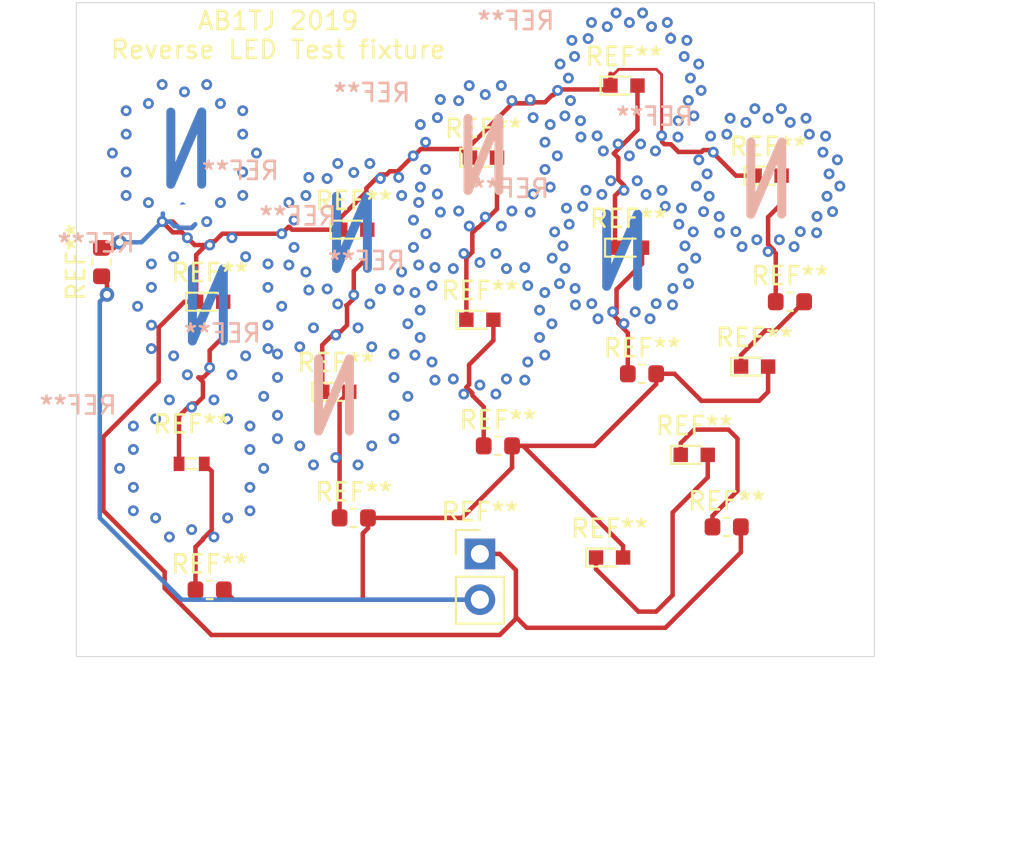
<source format=kicad_pcb>
(kicad_pcb (version 20190605) (host pcbnew "(5.1.0-1548-g3fefe01d2)")

  (general
    (thickness 1.6)
    (drawings 19)
    (tracks 211)
    (modules 30)
    (nets 1)
  )

  (page "A4")
  (layers
    (0 "F.Cu" signal)
    (31 "B.Cu" signal)
    (32 "B.Adhes" user)
    (33 "F.Adhes" user)
    (34 "B.Paste" user)
    (35 "F.Paste" user)
    (36 "B.SilkS" user)
    (37 "F.SilkS" user)
    (38 "B.Mask" user)
    (39 "F.Mask" user)
    (40 "Dwgs.User" user)
    (41 "Cmts.User" user)
    (42 "Eco1.User" user)
    (43 "Eco2.User" user)
    (44 "Edge.Cuts" user)
    (45 "Margin" user)
    (46 "B.CrtYd" user)
    (47 "F.CrtYd" user)
    (48 "B.Fab" user)
    (49 "F.Fab" user)
  )

  (setup
    (last_trace_width 0.25)
    (user_trace_width 0.16)
    (user_trace_width 0.2)
    (trace_clearance 0.2)
    (zone_clearance 0.508)
    (zone_45_only no)
    (trace_min 0.16)
    (via_size 0.8)
    (via_drill 0.4)
    (via_min_size 0.4)
    (via_min_drill 0.3)
    (uvia_size 0.3)
    (uvia_drill 0.1)
    (uvias_allowed no)
    (uvia_min_size 0.2)
    (uvia_min_drill 0.1)
    (max_error 0.005)
    (defaults
      (edge_clearance 0.01)
      (edge_cuts_line_width 0.05)
      (courtyard_line_width 0.05)
      (copper_line_width 0.2)
      (copper_text_dims (size 1.5 1.5) (thickness 0.3) keep_upright)
      (silk_line_width 0.12)
      (silk_text_dims (size 1 1) (thickness 0.15) keep_upright)
      (other_layers_line_width 0.1)
      (other_layers_text_dims (size 1 1) (thickness 0.15) keep_upright)
    )
    (pad_size 1.524 1.524)
    (pad_drill 0.762)
    (pad_to_mask_clearance 0.051)
    (solder_mask_min_width 0.25)
    (aux_axis_origin 0 0)
    (visible_elements FFF9FF7F)
    (pcbplotparams
      (layerselection 0x010fc_ffffffff)
      (usegerberextensions true)
      (usegerberattributes false)
      (usegerberadvancedattributes false)
      (creategerberjobfile false)
      (excludeedgelayer true)
      (linewidth 0.100000)
      (plotframeref false)
      (viasonmask false)
      (mode 1)
      (useauxorigin false)
      (hpglpennumber 1)
      (hpglpenspeed 20)
      (hpglpendiameter 15.000000)
      (psnegative false)
      (psa4output false)
      (plotreference false)
      (plotvalue false)
      (plotinvisibletext false)
      (padsonsilk false)
      (subtractmaskfromsilk false)
      (outputformat 1)
      (mirror false)
      (drillshape 0)
      (scaleselection 1)
      (outputdirectory "gerbers/testBoard/"))
  )

  (net 0 "")

  (net_class "Default" "This is the default net class."
    (clearance 0.2)
    (trace_width 0.25)
    (via_dia 0.8)
    (via_drill 0.4)
    (uvia_dia 0.3)
    (uvia_drill 0.1)
  )

  (module "Indicators:N3030F.Mask" (layer "B.Cu") (tedit 5CB8EF7D) (tstamp 5D5AB9E6)
    (at 118 92.224412)
    (fp_text reference "REF**" (at -6.3 -3.5) (layer "B.SilkS")
      (effects (font (size 1 1) (thickness 0.15)) (justify mirror))
    )
    (fp_text value "N_Indicator" (at -6.3 -2.5) (layer "B.Fab")
      (effects (font (size 1 1) (thickness 0.15)) (justify mirror))
    )
    (fp_text user "N" (at -0.1 0.1) (layer "B.Mask")
      (effects (font (size 4 3) (thickness 0.5)) (justify mirror))
    )
    (pad "2" thru_hole circle (at -0.890084 -3.899712) (size 0.6 0.6) (drill 0.3) (layers *.Cu))
    (pad "2" thru_hole circle (at -2.493959 -3.127326) (size 0.6 0.6) (drill 0.3) (layers *.Cu))
    (pad "2" thru_hole circle (at -3.603875 -1.735535) (size 0.6 0.6) (drill 0.3) (layers *.Cu))
    (pad "2" thru_hole circle (at -4 0) (size 0.6 0.6) (drill 0.3) (layers *.Cu))
    (pad "2" thru_hole circle (at -3.603875 1.735535) (size 0.6 0.6) (drill 0.3) (layers *.Cu))
    (pad "2" thru_hole circle (at -2.493959 3.127326) (size 0.6 0.6) (drill 0.3) (layers *.Cu))
    (pad "2" thru_hole circle (at -0.890084 3.899712) (size 0.6 0.6) (drill 0.3) (layers *.Cu))
    (pad "2" thru_hole circle (at 0.890084 3.899712) (size 0.6 0.6) (drill 0.3) (layers *.Cu))
    (pad "2" thru_hole circle (at 2.493959 3.127326) (size 0.6 0.6) (drill 0.3) (layers *.Cu))
    (pad "2" thru_hole circle (at 3.603875 1.735535) (size 0.6 0.6) (drill 0.3) (layers *.Cu))
    (pad "2" thru_hole circle (at 4 0) (size 0.6 0.6) (drill 0.3) (layers *.Cu))
    (pad "2" thru_hole circle (at 3.603875 -1.735535) (size 0.6 0.6) (drill 0.3) (layers *.Cu))
    (pad "2" thru_hole circle (at 2.493959 -3.127326) (size 0.6 0.6) (drill 0.3) (layers *.Cu))
    (pad "2" thru_hole circle (at 0.890084 -3.899712) (size 0.6 0.6) (drill 0.3) (layers *.Cu))
    (pad "1" thru_hole circle (at -1.475205 -3.063294) (size 0.6 0.6) (drill 0.3) (layers *.Cu))
    (pad "1" thru_hole circle (at -2.658227 -2.119865) (size 0.6 0.6) (drill 0.3) (layers *.Cu))
    (pad "1" thru_hole circle (at -3.314755 -0.756571) (size 0.6 0.6) (drill 0.3) (layers *.Cu))
    (pad "1" thru_hole circle (at -3.314755 0.756571) (size 0.6 0.6) (drill 0.3) (layers *.Cu))
    (pad "1" thru_hole circle (at -2.658227 2.119865) (size 0.6 0.6) (drill 0.3) (layers *.Cu))
    (pad "1" thru_hole circle (at -1.475205 3.063294) (size 0.6 0.6) (drill 0.3) (layers *.Cu))
    (pad "1" thru_hole circle (at 0 3.4) (size 0.6 0.6) (drill 0.3) (layers *.Cu))
    (pad "1" thru_hole circle (at 1.475205 3.063294) (size 0.6 0.6) (drill 0.3) (layers *.Cu))
    (pad "1" thru_hole circle (at 2.658227 2.119865) (size 0.6 0.6) (drill 0.3) (layers *.Cu))
    (pad "1" thru_hole circle (at 3.314755 0.756571) (size 0.6 0.6) (drill 0.3) (layers *.Cu))
    (pad "1" thru_hole circle (at 3.314755 -0.756571) (size 0.6 0.6) (drill 0.3) (layers *.Cu))
    (pad "1" thru_hole circle (at 2.658227 -2.119865) (size 0.6 0.6) (drill 0.3) (layers *.Cu))
    (pad "1" thru_hole circle (at 1.475205 -3.063294) (size 0.6 0.6) (drill 0.3) (layers *.Cu))
    (pad "1" thru_hole circle (at 0 -3.4) (size 0.6 0.6) (drill 0.3) (layers *.Cu))
  )

  (module "Resistor_SMD:R_0603_1608Metric" (layer "F.Cu") (tedit 5B301BBD) (tstamp 5D5C8072)
    (at 97 88.8 90)
    (descr "Resistor SMD 0603 (1608 Metric), square (rectangular) end terminal, IPC_7351 nominal, (Body size source: http://www.tortai-tech.com/upload/download/2011102023233369053.pdf), generated with kicad-footprint-generator")
    (tags "resistor")
    (attr smd)
    (fp_text reference "REF**" (at 0 -1.43 90) (layer "F.SilkS")
      (effects (font (size 1 1) (thickness 0.15)))
    )
    (fp_text value "R_0603_1608Metric" (at 0 1.43 90) (layer "F.Fab")
      (effects (font (size 1 1) (thickness 0.15)))
    )
    (fp_text user "%R" (at 0 0 90) (layer "F.Fab")
      (effects (font (size 0.4 0.4) (thickness 0.06)))
    )
    (fp_line (start 1.48 0.73) (end -1.48 0.73) (layer "F.CrtYd") (width 0.05))
    (fp_line (start 1.48 -0.73) (end 1.48 0.73) (layer "F.CrtYd") (width 0.05))
    (fp_line (start -1.48 -0.73) (end 1.48 -0.73) (layer "F.CrtYd") (width 0.05))
    (fp_line (start -1.48 0.73) (end -1.48 -0.73) (layer "F.CrtYd") (width 0.05))
    (fp_line (start -0.162779 0.51) (end 0.162779 0.51) (layer "F.SilkS") (width 0.12))
    (fp_line (start -0.162779 -0.51) (end 0.162779 -0.51) (layer "F.SilkS") (width 0.12))
    (fp_line (start 0.8 0.4) (end -0.8 0.4) (layer "F.Fab") (width 0.1))
    (fp_line (start 0.8 -0.4) (end 0.8 0.4) (layer "F.Fab") (width 0.1))
    (fp_line (start -0.8 -0.4) (end 0.8 -0.4) (layer "F.Fab") (width 0.1))
    (fp_line (start -0.8 0.4) (end -0.8 -0.4) (layer "F.Fab") (width 0.1))
    (pad "2" smd roundrect (at 0.7875 0 90) (size 0.875 0.95) (layers "F.Cu" "F.Paste" "F.Mask") (roundrect_rratio 0.25))
    (pad "1" smd roundrect (at -0.7875 0 90) (size 0.875 0.95) (layers "F.Cu" "F.Paste" "F.Mask") (roundrect_rratio 0.25))
    (model "${KISYS3DMOD}/Resistor_SMD.3dshapes/R_0603_1608Metric.wrl"
      (at (xyz 0 0 0))
      (scale (xyz 1 1 1))
      (rotate (xyz 0 0 0))
    )
  )

  (module "Indicators:N2020F.Mask-LEDhole" (layer "B.Cu") (tedit 5D5C7DC4) (tstamp 5D5C7FA1)
    (at 101.6 82.748274 180)
    (fp_text reference "REF**" (at -6.3 -3.5) (layer "B.SilkS")
      (effects (font (size 1 1) (thickness 0.15)) (justify mirror))
    )
    (fp_text value "N_Indicator" (at -6.3 -2.5) (layer "B.Fab")
      (effects (font (size 1 1) (thickness 0.15)) (justify mirror))
    )
    (fp_text user "N" (at -0.1 0.1) (layer "B.Cu")
      (effects (font (size 4 3) (thickness 0.5)) (justify mirror))
    )
    (pad "" np_thru_hole circle (at 0 -3.4 180) (size 1.1 1.1) (drill 1.1) (layers *.Cu *.Mask))
    (pad "2" thru_hole circle (at 1.99847 -2.750658 180) (size 0.6 0.6) (drill 0.3) (layers *.Cu))
    (pad "3" thru_hole circle (at 3.233592 -1.050658 180) (size 0.6 0.6) (drill 0.3) (layers *.Cu))
    (pad "4" thru_hole circle (at 3.233592 1.050658 180) (size 0.6 0.6) (drill 0.3) (layers *.Cu))
    (pad "5" thru_hole circle (at 1.99847 2.750658 180) (size 0.6 0.6) (drill 0.3) (layers *.Cu))
    (pad "6" thru_hole circle (at 0 3.4 180) (size 0.6 0.6) (drill 0.3) (layers *.Cu))
    (pad "7" thru_hole circle (at -1.99847 2.750658 180) (size 0.6 0.6) (drill 0.3) (layers *.Cu))
    (pad "8" thru_hole circle (at -3.233592 1.050658 180) (size 0.6 0.6) (drill 0.3) (layers *.Cu))
    (pad "9" thru_hole circle (at -3.233592 -1.050658 180) (size 0.6 0.6) (drill 0.3) (layers *.Cu))
    (pad "10" thru_hole circle (at -1.99847 -2.750658 180) (size 0.6 0.6) (drill 0.3) (layers *.Cu))
    (pad "11" thru_hole circle (at 1.236068 -3.804226 180) (size 0.6 0.6) (drill 0.3) (layers *.Cu))
    (pad "12" thru_hole circle (at 3.236068 -2.351141 180) (size 0.6 0.6) (drill 0.3) (layers *.Cu))
    (pad "13" thru_hole circle (at 4 0 180) (size 0.6 0.6) (drill 0.3) (layers *.Cu))
    (pad "14" thru_hole circle (at 3.236068 2.351141 180) (size 0.6 0.6) (drill 0.3) (layers *.Cu))
    (pad "15" thru_hole circle (at 1.236068 3.804226 180) (size 0.6 0.6) (drill 0.3) (layers *.Cu))
    (pad "16" thru_hole circle (at -1.236068 3.804226 180) (size 0.6 0.6) (drill 0.3) (layers *.Cu))
    (pad "17" thru_hole circle (at -3.236068 2.351141 180) (size 0.6 0.6) (drill 0.3) (layers *.Cu))
    (pad "18" thru_hole circle (at -4 0 180) (size 0.6 0.6) (drill 0.3) (layers *.Cu))
    (pad "19" thru_hole circle (at -3.236068 -2.351141 180) (size 0.6 0.6) (drill 0.3) (layers *.Cu))
    (pad "20" thru_hole circle (at -1.236068 -3.804226 180) (size 0.6 0.6) (drill 0.3) (layers *.Cu))
  )

  (module "Resistor_SMD:R_0603_1608Metric" (layer "F.Cu") (tedit 5B301BBD) (tstamp 5D5C0EAE)
    (at 131.7 103.5)
    (descr "Resistor SMD 0603 (1608 Metric), square (rectangular) end terminal, IPC_7351 nominal, (Body size source: http://www.tortai-tech.com/upload/download/2011102023233369053.pdf), generated with kicad-footprint-generator")
    (tags "resistor")
    (attr smd)
    (fp_text reference "REF**" (at 0 -1.43) (layer "F.SilkS")
      (effects (font (size 1 1) (thickness 0.15)))
    )
    (fp_text value "R_0603_1608Metric" (at 0 1.43) (layer "F.Fab")
      (effects (font (size 1 1) (thickness 0.15)))
    )
    (fp_text user "%R" (at 0 0) (layer "F.Fab")
      (effects (font (size 0.4 0.4) (thickness 0.06)))
    )
    (fp_line (start 1.48 0.73) (end -1.48 0.73) (layer "F.CrtYd") (width 0.05))
    (fp_line (start 1.48 -0.73) (end 1.48 0.73) (layer "F.CrtYd") (width 0.05))
    (fp_line (start -1.48 -0.73) (end 1.48 -0.73) (layer "F.CrtYd") (width 0.05))
    (fp_line (start -1.48 0.73) (end -1.48 -0.73) (layer "F.CrtYd") (width 0.05))
    (fp_line (start -0.162779 0.51) (end 0.162779 0.51) (layer "F.SilkS") (width 0.12))
    (fp_line (start -0.162779 -0.51) (end 0.162779 -0.51) (layer "F.SilkS") (width 0.12))
    (fp_line (start 0.8 0.4) (end -0.8 0.4) (layer "F.Fab") (width 0.1))
    (fp_line (start 0.8 -0.4) (end 0.8 0.4) (layer "F.Fab") (width 0.1))
    (fp_line (start -0.8 -0.4) (end 0.8 -0.4) (layer "F.Fab") (width 0.1))
    (fp_line (start -0.8 0.4) (end -0.8 -0.4) (layer "F.Fab") (width 0.1))
    (pad "2" smd roundrect (at 0.7875 0) (size 0.875 0.95) (layers "F.Cu" "F.Paste" "F.Mask") (roundrect_rratio 0.25))
    (pad "1" smd roundrect (at -0.7875 0) (size 0.875 0.95) (layers "F.Cu" "F.Paste" "F.Mask") (roundrect_rratio 0.25))
    (model "${KISYS3DMOD}/Resistor_SMD.3dshapes/R_0603_1608Metric.wrl"
      (at (xyz 0 0 0))
      (scale (xyz 1 1 1))
      (rotate (xyz 0 0 0))
    )
  )

  (module "digikey-footprints:LED_0603" (layer "F.Cu") (tedit 595EA879) (tstamp 5D5C0C67)
    (at 133.25 94.6)
    (fp_text reference "REF**" (at 0 -1.61) (layer "F.SilkS")
      (effects (font (size 1 1) (thickness 0.15)))
    )
    (fp_text value "LED_0603" (at 0 1.77) (layer "F.Fab")
      (effects (font (size 1 1) (thickness 0.15)))
    )
    (fp_line (start 0.85 0.4) (end 0.85 -0.4) (layer "F.Fab") (width 0.12))
    (fp_line (start -0.85 0.4) (end -0.85 -0.4) (layer "F.Fab") (width 0.12))
    (fp_line (start -0.85 -0.4) (end 0.85 -0.4) (layer "F.Fab") (width 0.12))
    (fp_line (start -0.85 0.4) (end 0.85 0.4) (layer "F.Fab") (width 0.12))
    (fp_line (start -1.4 0.71) (end -1.4 -0.71) (layer "F.CrtYd") (width 0.05))
    (fp_line (start 1.4 0.71) (end 1.4 -0.71) (layer "F.CrtYd") (width 0.05))
    (fp_line (start -1.4 -0.71) (end 1.4 -0.71) (layer "F.CrtYd") (width 0.05))
    (fp_line (start -1.4 0.71) (end 1.4 0.71) (layer "F.CrtYd") (width 0.05))
    (fp_line (start -1.3 0.5) (end 0.4 0.5) (layer "F.SilkS") (width 0.12))
    (fp_line (start -1.3 -0.3) (end -1.3 0.5) (layer "F.SilkS") (width 0.12))
    (fp_line (start -1.3 -0.5) (end -1.3 -0.3) (layer "F.SilkS") (width 0.12))
    (fp_line (start -1.2 -0.5) (end -1.3 -0.5) (layer "F.SilkS") (width 0.12))
    (fp_line (start -1.1 -0.5) (end -1.2 -0.5) (layer "F.SilkS") (width 0.12))
    (fp_line (start -1.1 -0.5) (end 0.4 -0.5) (layer "F.SilkS") (width 0.12))
    (fp_line (start 0.1 0.2) (end 0.1 0) (layer "F.Fab") (width 0.12))
    (fp_line (start -0.2 0) (end 0.1 0.2) (layer "F.Fab") (width 0.12))
    (fp_line (start 0.1 -0.2) (end -0.2 0) (layer "F.Fab") (width 0.12))
    (fp_line (start 0.1 0) (end 0.1 -0.2) (layer "F.Fab") (width 0.12))
    (fp_line (start 0.5 0) (end 0.1 0) (layer "F.Fab") (width 0.12))
    (fp_line (start -0.3 -0.2) (end -0.3 0.1) (layer "F.Fab") (width 0.12))
    (fp_line (start -0.3 0.2) (end -0.3 0.1) (layer "F.Fab") (width 0.12))
    (pad "2" smd rect (at 0.75 0) (size 0.8 0.8) (layers "F.Cu" "F.Paste" "F.Mask"))
    (pad "1" smd rect (at -0.75 0) (size 0.8 0.8) (layers "F.Cu" "F.Paste" "F.Mask"))
  )

  (module "digikey-footprints:LED_0603" (layer "F.Cu") (tedit 595EA879) (tstamp 5D5C0C33)
    (at 129.9 99.5)
    (fp_text reference "REF**" (at 0 -1.61) (layer "F.SilkS")
      (effects (font (size 1 1) (thickness 0.15)))
    )
    (fp_text value "LED_0603" (at 0 1.77) (layer "F.Fab")
      (effects (font (size 1 1) (thickness 0.15)))
    )
    (fp_line (start 0.85 0.4) (end 0.85 -0.4) (layer "F.Fab") (width 0.12))
    (fp_line (start -0.85 0.4) (end -0.85 -0.4) (layer "F.Fab") (width 0.12))
    (fp_line (start -0.85 -0.4) (end 0.85 -0.4) (layer "F.Fab") (width 0.12))
    (fp_line (start -0.85 0.4) (end 0.85 0.4) (layer "F.Fab") (width 0.12))
    (fp_line (start -1.4 0.71) (end -1.4 -0.71) (layer "F.CrtYd") (width 0.05))
    (fp_line (start 1.4 0.71) (end 1.4 -0.71) (layer "F.CrtYd") (width 0.05))
    (fp_line (start -1.4 -0.71) (end 1.4 -0.71) (layer "F.CrtYd") (width 0.05))
    (fp_line (start -1.4 0.71) (end 1.4 0.71) (layer "F.CrtYd") (width 0.05))
    (fp_line (start -1.3 0.5) (end 0.4 0.5) (layer "F.SilkS") (width 0.12))
    (fp_line (start -1.3 -0.3) (end -1.3 0.5) (layer "F.SilkS") (width 0.12))
    (fp_line (start -1.3 -0.5) (end -1.3 -0.3) (layer "F.SilkS") (width 0.12))
    (fp_line (start -1.2 -0.5) (end -1.3 -0.5) (layer "F.SilkS") (width 0.12))
    (fp_line (start -1.1 -0.5) (end -1.2 -0.5) (layer "F.SilkS") (width 0.12))
    (fp_line (start -1.1 -0.5) (end 0.4 -0.5) (layer "F.SilkS") (width 0.12))
    (fp_line (start 0.1 0.2) (end 0.1 0) (layer "F.Fab") (width 0.12))
    (fp_line (start -0.2 0) (end 0.1 0.2) (layer "F.Fab") (width 0.12))
    (fp_line (start 0.1 -0.2) (end -0.2 0) (layer "F.Fab") (width 0.12))
    (fp_line (start 0.1 0) (end 0.1 -0.2) (layer "F.Fab") (width 0.12))
    (fp_line (start 0.5 0) (end 0.1 0) (layer "F.Fab") (width 0.12))
    (fp_line (start -0.3 -0.2) (end -0.3 0.1) (layer "F.Fab") (width 0.12))
    (fp_line (start -0.3 0.2) (end -0.3 0.1) (layer "F.Fab") (width 0.12))
    (pad "2" smd rect (at 0.75 0) (size 0.8 0.8) (layers "F.Cu" "F.Paste" "F.Mask"))
    (pad "1" smd rect (at -0.75 0) (size 0.8 0.8) (layers "F.Cu" "F.Paste" "F.Mask"))
  )

  (module "digikey-footprints:LED_0603" (layer "F.Cu") (tedit 595EA879) (tstamp 5D5C0C2F)
    (at 125.2 105.2)
    (fp_text reference "REF**" (at 0 -1.61) (layer "F.SilkS")
      (effects (font (size 1 1) (thickness 0.15)))
    )
    (fp_text value "LED_0603" (at 0 1.77) (layer "F.Fab")
      (effects (font (size 1 1) (thickness 0.15)))
    )
    (fp_line (start 0.85 0.4) (end 0.85 -0.4) (layer "F.Fab") (width 0.12))
    (fp_line (start -0.85 0.4) (end -0.85 -0.4) (layer "F.Fab") (width 0.12))
    (fp_line (start -0.85 -0.4) (end 0.85 -0.4) (layer "F.Fab") (width 0.12))
    (fp_line (start -0.85 0.4) (end 0.85 0.4) (layer "F.Fab") (width 0.12))
    (fp_line (start -1.4 0.71) (end -1.4 -0.71) (layer "F.CrtYd") (width 0.05))
    (fp_line (start 1.4 0.71) (end 1.4 -0.71) (layer "F.CrtYd") (width 0.05))
    (fp_line (start -1.4 -0.71) (end 1.4 -0.71) (layer "F.CrtYd") (width 0.05))
    (fp_line (start -1.4 0.71) (end 1.4 0.71) (layer "F.CrtYd") (width 0.05))
    (fp_line (start -1.3 0.5) (end 0.4 0.5) (layer "F.SilkS") (width 0.12))
    (fp_line (start -1.3 -0.3) (end -1.3 0.5) (layer "F.SilkS") (width 0.12))
    (fp_line (start -1.3 -0.5) (end -1.3 -0.3) (layer "F.SilkS") (width 0.12))
    (fp_line (start -1.2 -0.5) (end -1.3 -0.5) (layer "F.SilkS") (width 0.12))
    (fp_line (start -1.1 -0.5) (end -1.2 -0.5) (layer "F.SilkS") (width 0.12))
    (fp_line (start -1.1 -0.5) (end 0.4 -0.5) (layer "F.SilkS") (width 0.12))
    (fp_line (start 0.1 0.2) (end 0.1 0) (layer "F.Fab") (width 0.12))
    (fp_line (start -0.2 0) (end 0.1 0.2) (layer "F.Fab") (width 0.12))
    (fp_line (start 0.1 -0.2) (end -0.2 0) (layer "F.Fab") (width 0.12))
    (fp_line (start 0.1 0) (end 0.1 -0.2) (layer "F.Fab") (width 0.12))
    (fp_line (start 0.5 0) (end 0.1 0) (layer "F.Fab") (width 0.12))
    (fp_line (start -0.3 -0.2) (end -0.3 0.1) (layer "F.Fab") (width 0.12))
    (fp_line (start -0.3 0.2) (end -0.3 0.1) (layer "F.Fab") (width 0.12))
    (pad "2" smd rect (at 0.75 0) (size 0.8 0.8) (layers "F.Cu" "F.Paste" "F.Mask"))
    (pad "1" smd rect (at -0.75 0) (size 0.8 0.8) (layers "F.Cu" "F.Paste" "F.Mask"))
  )

  (module "Connector_PinHeader_2.54mm:PinHeader_1x02_P2.54mm_Vertical" (layer "F.Cu") (tedit 59FED5CC) (tstamp 5D5AEFDB)
    (at 118 105)
    (descr "Through hole straight pin header, 1x02, 2.54mm pitch, single row")
    (tags "Through hole pin header THT 1x02 2.54mm single row")
    (fp_text reference "REF**" (at 0 -2.33) (layer "F.SilkS")
      (effects (font (size 1 1) (thickness 0.15)))
    )
    (fp_text value "PinHeader_1x02_P2.54mm_Vertical" (at 0 4.87) (layer "F.Fab")
      (effects (font (size 1 1) (thickness 0.15)))
    )
    (fp_text user "%R" (at 0 1.27 90) (layer "F.Fab")
      (effects (font (size 1 1) (thickness 0.15)))
    )
    (fp_line (start 1.8 -1.8) (end -1.8 -1.8) (layer "F.CrtYd") (width 0.05))
    (fp_line (start 1.8 4.35) (end 1.8 -1.8) (layer "F.CrtYd") (width 0.05))
    (fp_line (start -1.8 4.35) (end 1.8 4.35) (layer "F.CrtYd") (width 0.05))
    (fp_line (start -1.8 -1.8) (end -1.8 4.35) (layer "F.CrtYd") (width 0.05))
    (fp_line (start -1.33 -1.33) (end 0 -1.33) (layer "F.SilkS") (width 0.12))
    (fp_line (start -1.33 0) (end -1.33 -1.33) (layer "F.SilkS") (width 0.12))
    (fp_line (start -1.33 1.27) (end 1.33 1.27) (layer "F.SilkS") (width 0.12))
    (fp_line (start 1.33 1.27) (end 1.33 3.87) (layer "F.SilkS") (width 0.12))
    (fp_line (start -1.33 1.27) (end -1.33 3.87) (layer "F.SilkS") (width 0.12))
    (fp_line (start -1.33 3.87) (end 1.33 3.87) (layer "F.SilkS") (width 0.12))
    (fp_line (start -1.27 -0.635) (end -0.635 -1.27) (layer "F.Fab") (width 0.1))
    (fp_line (start -1.27 3.81) (end -1.27 -0.635) (layer "F.Fab") (width 0.1))
    (fp_line (start 1.27 3.81) (end -1.27 3.81) (layer "F.Fab") (width 0.1))
    (fp_line (start 1.27 -1.27) (end 1.27 3.81) (layer "F.Fab") (width 0.1))
    (fp_line (start -0.635 -1.27) (end 1.27 -1.27) (layer "F.Fab") (width 0.1))
    (pad "2" thru_hole oval (at 0 2.54) (size 1.7 1.7) (drill 1) (layers *.Cu *.Mask))
    (pad "1" thru_hole rect (at 0 0) (size 1.7 1.7) (drill 1) (layers *.Cu *.Mask))
    (model "${KISYS3DMOD}/Connector_PinHeader_2.54mm.3dshapes/PinHeader_1x02_P2.54mm_Vertical.wrl"
      (at (xyz 0 0 0))
      (scale (xyz 1 1 1))
      (rotate (xyz 0 0 0))
    )
  )

  (module "Resistor_SMD:R_0603_1608Metric" (layer "F.Cu") (tedit 5B301BBD) (tstamp 5D5AE0BD)
    (at 135.2125 91)
    (descr "Resistor SMD 0603 (1608 Metric), square (rectangular) end terminal, IPC_7351 nominal, (Body size source: http://www.tortai-tech.com/upload/download/2011102023233369053.pdf), generated with kicad-footprint-generator")
    (tags "resistor")
    (attr smd)
    (fp_text reference "REF**" (at 0 -1.43) (layer "F.SilkS")
      (effects (font (size 1 1) (thickness 0.15)))
    )
    (fp_text value "R_0603_1608Metric" (at 0 1.43) (layer "F.Fab")
      (effects (font (size 1 1) (thickness 0.15)))
    )
    (fp_text user "%R" (at 0 0) (layer "F.Fab")
      (effects (font (size 0.4 0.4) (thickness 0.06)))
    )
    (fp_line (start 1.48 0.73) (end -1.48 0.73) (layer "F.CrtYd") (width 0.05))
    (fp_line (start 1.48 -0.73) (end 1.48 0.73) (layer "F.CrtYd") (width 0.05))
    (fp_line (start -1.48 -0.73) (end 1.48 -0.73) (layer "F.CrtYd") (width 0.05))
    (fp_line (start -1.48 0.73) (end -1.48 -0.73) (layer "F.CrtYd") (width 0.05))
    (fp_line (start -0.162779 0.51) (end 0.162779 0.51) (layer "F.SilkS") (width 0.12))
    (fp_line (start -0.162779 -0.51) (end 0.162779 -0.51) (layer "F.SilkS") (width 0.12))
    (fp_line (start 0.8 0.4) (end -0.8 0.4) (layer "F.Fab") (width 0.1))
    (fp_line (start 0.8 -0.4) (end 0.8 0.4) (layer "F.Fab") (width 0.1))
    (fp_line (start -0.8 -0.4) (end 0.8 -0.4) (layer "F.Fab") (width 0.1))
    (fp_line (start -0.8 0.4) (end -0.8 -0.4) (layer "F.Fab") (width 0.1))
    (pad "2" smd roundrect (at 0.7875 0) (size 0.875 0.95) (layers "F.Cu" "F.Paste" "F.Mask") (roundrect_rratio 0.25))
    (pad "1" smd roundrect (at -0.7875 0) (size 0.875 0.95) (layers "F.Cu" "F.Paste" "F.Mask") (roundrect_rratio 0.25))
    (model "${KISYS3DMOD}/Resistor_SMD.3dshapes/R_0603_1608Metric.wrl"
      (at (xyz 0 0 0))
      (scale (xyz 1 1 1))
      (rotate (xyz 0 0 0))
    )
  )

  (module "Resistor_SMD:R_0603_1608Metric" (layer "F.Cu") (tedit 5B301BBD) (tstamp 5D5AE09D)
    (at 127 95)
    (descr "Resistor SMD 0603 (1608 Metric), square (rectangular) end terminal, IPC_7351 nominal, (Body size source: http://www.tortai-tech.com/upload/download/2011102023233369053.pdf), generated with kicad-footprint-generator")
    (tags "resistor")
    (attr smd)
    (fp_text reference "REF**" (at 0 -1.43) (layer "F.SilkS")
      (effects (font (size 1 1) (thickness 0.15)))
    )
    (fp_text value "R_0603_1608Metric" (at 0 1.43) (layer "F.Fab")
      (effects (font (size 1 1) (thickness 0.15)))
    )
    (fp_text user "%R" (at 0 0) (layer "F.Fab")
      (effects (font (size 0.4 0.4) (thickness 0.06)))
    )
    (fp_line (start 1.48 0.73) (end -1.48 0.73) (layer "F.CrtYd") (width 0.05))
    (fp_line (start 1.48 -0.73) (end 1.48 0.73) (layer "F.CrtYd") (width 0.05))
    (fp_line (start -1.48 -0.73) (end 1.48 -0.73) (layer "F.CrtYd") (width 0.05))
    (fp_line (start -1.48 0.73) (end -1.48 -0.73) (layer "F.CrtYd") (width 0.05))
    (fp_line (start -0.162779 0.51) (end 0.162779 0.51) (layer "F.SilkS") (width 0.12))
    (fp_line (start -0.162779 -0.51) (end 0.162779 -0.51) (layer "F.SilkS") (width 0.12))
    (fp_line (start 0.8 0.4) (end -0.8 0.4) (layer "F.Fab") (width 0.1))
    (fp_line (start 0.8 -0.4) (end 0.8 0.4) (layer "F.Fab") (width 0.1))
    (fp_line (start -0.8 -0.4) (end 0.8 -0.4) (layer "F.Fab") (width 0.1))
    (fp_line (start -0.8 0.4) (end -0.8 -0.4) (layer "F.Fab") (width 0.1))
    (pad "2" smd roundrect (at 0.7875 0) (size 0.875 0.95) (layers "F.Cu" "F.Paste" "F.Mask") (roundrect_rratio 0.25))
    (pad "1" smd roundrect (at -0.7875 0) (size 0.875 0.95) (layers "F.Cu" "F.Paste" "F.Mask") (roundrect_rratio 0.25))
    (model "${KISYS3DMOD}/Resistor_SMD.3dshapes/R_0603_1608Metric.wrl"
      (at (xyz 0 0 0))
      (scale (xyz 1 1 1))
      (rotate (xyz 0 0 0))
    )
  )

  (module "Resistor_SMD:R_0603_1608Metric" (layer "F.Cu") (tedit 5B301BBD) (tstamp 5D5AE07D)
    (at 119 99)
    (descr "Resistor SMD 0603 (1608 Metric), square (rectangular) end terminal, IPC_7351 nominal, (Body size source: http://www.tortai-tech.com/upload/download/2011102023233369053.pdf), generated with kicad-footprint-generator")
    (tags "resistor")
    (attr smd)
    (fp_text reference "REF**" (at 0 -1.43) (layer "F.SilkS")
      (effects (font (size 1 1) (thickness 0.15)))
    )
    (fp_text value "R_0603_1608Metric" (at 0 1.43) (layer "F.Fab")
      (effects (font (size 1 1) (thickness 0.15)))
    )
    (fp_text user "%R" (at 0 0) (layer "F.Fab")
      (effects (font (size 0.4 0.4) (thickness 0.06)))
    )
    (fp_line (start 1.48 0.73) (end -1.48 0.73) (layer "F.CrtYd") (width 0.05))
    (fp_line (start 1.48 -0.73) (end 1.48 0.73) (layer "F.CrtYd") (width 0.05))
    (fp_line (start -1.48 -0.73) (end 1.48 -0.73) (layer "F.CrtYd") (width 0.05))
    (fp_line (start -1.48 0.73) (end -1.48 -0.73) (layer "F.CrtYd") (width 0.05))
    (fp_line (start -0.162779 0.51) (end 0.162779 0.51) (layer "F.SilkS") (width 0.12))
    (fp_line (start -0.162779 -0.51) (end 0.162779 -0.51) (layer "F.SilkS") (width 0.12))
    (fp_line (start 0.8 0.4) (end -0.8 0.4) (layer "F.Fab") (width 0.1))
    (fp_line (start 0.8 -0.4) (end 0.8 0.4) (layer "F.Fab") (width 0.1))
    (fp_line (start -0.8 -0.4) (end 0.8 -0.4) (layer "F.Fab") (width 0.1))
    (fp_line (start -0.8 0.4) (end -0.8 -0.4) (layer "F.Fab") (width 0.1))
    (pad "2" smd roundrect (at 0.7875 0) (size 0.875 0.95) (layers "F.Cu" "F.Paste" "F.Mask") (roundrect_rratio 0.25))
    (pad "1" smd roundrect (at -0.7875 0) (size 0.875 0.95) (layers "F.Cu" "F.Paste" "F.Mask") (roundrect_rratio 0.25))
    (model "${KISYS3DMOD}/Resistor_SMD.3dshapes/R_0603_1608Metric.wrl"
      (at (xyz 0 0 0))
      (scale (xyz 1 1 1))
      (rotate (xyz 0 0 0))
    )
  )

  (module "Resistor_SMD:R_0603_1608Metric" (layer "F.Cu") (tedit 5B301BBD) (tstamp 5D5AE05D)
    (at 111 103)
    (descr "Resistor SMD 0603 (1608 Metric), square (rectangular) end terminal, IPC_7351 nominal, (Body size source: http://www.tortai-tech.com/upload/download/2011102023233369053.pdf), generated with kicad-footprint-generator")
    (tags "resistor")
    (attr smd)
    (fp_text reference "REF**" (at 0 -1.43) (layer "F.SilkS")
      (effects (font (size 1 1) (thickness 0.15)))
    )
    (fp_text value "R_0603_1608Metric" (at 0 1.43) (layer "F.Fab")
      (effects (font (size 1 1) (thickness 0.15)))
    )
    (fp_text user "%R" (at 0 0) (layer "F.Fab")
      (effects (font (size 0.4 0.4) (thickness 0.06)))
    )
    (fp_line (start 1.48 0.73) (end -1.48 0.73) (layer "F.CrtYd") (width 0.05))
    (fp_line (start 1.48 -0.73) (end 1.48 0.73) (layer "F.CrtYd") (width 0.05))
    (fp_line (start -1.48 -0.73) (end 1.48 -0.73) (layer "F.CrtYd") (width 0.05))
    (fp_line (start -1.48 0.73) (end -1.48 -0.73) (layer "F.CrtYd") (width 0.05))
    (fp_line (start -0.162779 0.51) (end 0.162779 0.51) (layer "F.SilkS") (width 0.12))
    (fp_line (start -0.162779 -0.51) (end 0.162779 -0.51) (layer "F.SilkS") (width 0.12))
    (fp_line (start 0.8 0.4) (end -0.8 0.4) (layer "F.Fab") (width 0.1))
    (fp_line (start 0.8 -0.4) (end 0.8 0.4) (layer "F.Fab") (width 0.1))
    (fp_line (start -0.8 -0.4) (end 0.8 -0.4) (layer "F.Fab") (width 0.1))
    (fp_line (start -0.8 0.4) (end -0.8 -0.4) (layer "F.Fab") (width 0.1))
    (pad "2" smd roundrect (at 0.7875 0) (size 0.875 0.95) (layers "F.Cu" "F.Paste" "F.Mask") (roundrect_rratio 0.25))
    (pad "1" smd roundrect (at -0.7875 0) (size 0.875 0.95) (layers "F.Cu" "F.Paste" "F.Mask") (roundrect_rratio 0.25))
    (model "${KISYS3DMOD}/Resistor_SMD.3dshapes/R_0603_1608Metric.wrl"
      (at (xyz 0 0 0))
      (scale (xyz 1 1 1))
      (rotate (xyz 0 0 0))
    )
  )

  (module "Resistor_SMD:R_0603_1608Metric" (layer "F.Cu") (tedit 5B301BBD) (tstamp 5D5AE04B)
    (at 103 107)
    (descr "Resistor SMD 0603 (1608 Metric), square (rectangular) end terminal, IPC_7351 nominal, (Body size source: http://www.tortai-tech.com/upload/download/2011102023233369053.pdf), generated with kicad-footprint-generator")
    (tags "resistor")
    (attr smd)
    (fp_text reference "REF**" (at 0 -1.43) (layer "F.SilkS")
      (effects (font (size 1 1) (thickness 0.15)))
    )
    (fp_text value "R_0603_1608Metric" (at 0 1.43) (layer "F.Fab")
      (effects (font (size 1 1) (thickness 0.15)))
    )
    (fp_text user "%R" (at 0 0) (layer "F.Fab")
      (effects (font (size 0.4 0.4) (thickness 0.06)))
    )
    (fp_line (start 1.48 0.73) (end -1.48 0.73) (layer "F.CrtYd") (width 0.05))
    (fp_line (start 1.48 -0.73) (end 1.48 0.73) (layer "F.CrtYd") (width 0.05))
    (fp_line (start -1.48 -0.73) (end 1.48 -0.73) (layer "F.CrtYd") (width 0.05))
    (fp_line (start -1.48 0.73) (end -1.48 -0.73) (layer "F.CrtYd") (width 0.05))
    (fp_line (start -0.162779 0.51) (end 0.162779 0.51) (layer "F.SilkS") (width 0.12))
    (fp_line (start -0.162779 -0.51) (end 0.162779 -0.51) (layer "F.SilkS") (width 0.12))
    (fp_line (start 0.8 0.4) (end -0.8 0.4) (layer "F.Fab") (width 0.1))
    (fp_line (start 0.8 -0.4) (end 0.8 0.4) (layer "F.Fab") (width 0.1))
    (fp_line (start -0.8 -0.4) (end 0.8 -0.4) (layer "F.Fab") (width 0.1))
    (fp_line (start -0.8 0.4) (end -0.8 -0.4) (layer "F.Fab") (width 0.1))
    (pad "2" smd roundrect (at 0.7875 0) (size 0.875 0.95) (layers "F.Cu" "F.Paste" "F.Mask") (roundrect_rratio 0.25))
    (pad "1" smd roundrect (at -0.7875 0) (size 0.875 0.95) (layers "F.Cu" "F.Paste" "F.Mask") (roundrect_rratio 0.25))
    (model "${KISYS3DMOD}/Resistor_SMD.3dshapes/R_0603_1608Metric.wrl"
      (at (xyz 0 0 0))
      (scale (xyz 1 1 1))
      (rotate (xyz 0 0 0))
    )
  )

  (module "digikey-footprints:LED_0603" (layer "F.Cu") (tedit 595EA879) (tstamp 5D5ADB00)
    (at 134 84)
    (fp_text reference "REF**" (at 0 -1.61) (layer "F.SilkS")
      (effects (font (size 1 1) (thickness 0.15)))
    )
    (fp_text value "LED_0603" (at 0 1.77) (layer "F.Fab")
      (effects (font (size 1 1) (thickness 0.15)))
    )
    (fp_line (start 0.85 0.4) (end 0.85 -0.4) (layer "F.Fab") (width 0.12))
    (fp_line (start -0.85 0.4) (end -0.85 -0.4) (layer "F.Fab") (width 0.12))
    (fp_line (start -0.85 -0.4) (end 0.85 -0.4) (layer "F.Fab") (width 0.12))
    (fp_line (start -0.85 0.4) (end 0.85 0.4) (layer "F.Fab") (width 0.12))
    (fp_line (start -1.4 0.71) (end -1.4 -0.71) (layer "F.CrtYd") (width 0.05))
    (fp_line (start 1.4 0.71) (end 1.4 -0.71) (layer "F.CrtYd") (width 0.05))
    (fp_line (start -1.4 -0.71) (end 1.4 -0.71) (layer "F.CrtYd") (width 0.05))
    (fp_line (start -1.4 0.71) (end 1.4 0.71) (layer "F.CrtYd") (width 0.05))
    (fp_line (start -1.3 0.5) (end 0.4 0.5) (layer "F.SilkS") (width 0.12))
    (fp_line (start -1.3 -0.3) (end -1.3 0.5) (layer "F.SilkS") (width 0.12))
    (fp_line (start -1.3 -0.5) (end -1.3 -0.3) (layer "F.SilkS") (width 0.12))
    (fp_line (start -1.2 -0.5) (end -1.3 -0.5) (layer "F.SilkS") (width 0.12))
    (fp_line (start -1.1 -0.5) (end -1.2 -0.5) (layer "F.SilkS") (width 0.12))
    (fp_line (start -1.1 -0.5) (end 0.4 -0.5) (layer "F.SilkS") (width 0.12))
    (fp_line (start 0.1 0.2) (end 0.1 0) (layer "F.Fab") (width 0.12))
    (fp_line (start -0.2 0) (end 0.1 0.2) (layer "F.Fab") (width 0.12))
    (fp_line (start 0.1 -0.2) (end -0.2 0) (layer "F.Fab") (width 0.12))
    (fp_line (start 0.1 0) (end 0.1 -0.2) (layer "F.Fab") (width 0.12))
    (fp_line (start 0.5 0) (end 0.1 0) (layer "F.Fab") (width 0.12))
    (fp_line (start -0.3 -0.2) (end -0.3 0.1) (layer "F.Fab") (width 0.12))
    (fp_line (start -0.3 0.2) (end -0.3 0.1) (layer "F.Fab") (width 0.12))
    (pad "2" smd rect (at 0.75 0) (size 0.8 0.8) (layers "F.Cu" "F.Paste" "F.Mask"))
    (pad "1" smd rect (at -0.75 0) (size 0.8 0.8) (layers "F.Cu" "F.Paste" "F.Mask"))
  )

  (module "digikey-footprints:LED_0603" (layer "F.Cu") (tedit 595EA879) (tstamp 5D5ADACC)
    (at 126 79)
    (fp_text reference "REF**" (at 0 -1.61) (layer "F.SilkS")
      (effects (font (size 1 1) (thickness 0.15)))
    )
    (fp_text value "LED_0603" (at 0 1.77) (layer "F.Fab")
      (effects (font (size 1 1) (thickness 0.15)))
    )
    (fp_line (start 0.85 0.4) (end 0.85 -0.4) (layer "F.Fab") (width 0.12))
    (fp_line (start -0.85 0.4) (end -0.85 -0.4) (layer "F.Fab") (width 0.12))
    (fp_line (start -0.85 -0.4) (end 0.85 -0.4) (layer "F.Fab") (width 0.12))
    (fp_line (start -0.85 0.4) (end 0.85 0.4) (layer "F.Fab") (width 0.12))
    (fp_line (start -1.4 0.71) (end -1.4 -0.71) (layer "F.CrtYd") (width 0.05))
    (fp_line (start 1.4 0.71) (end 1.4 -0.71) (layer "F.CrtYd") (width 0.05))
    (fp_line (start -1.4 -0.71) (end 1.4 -0.71) (layer "F.CrtYd") (width 0.05))
    (fp_line (start -1.4 0.71) (end 1.4 0.71) (layer "F.CrtYd") (width 0.05))
    (fp_line (start -1.3 0.5) (end 0.4 0.5) (layer "F.SilkS") (width 0.12))
    (fp_line (start -1.3 -0.3) (end -1.3 0.5) (layer "F.SilkS") (width 0.12))
    (fp_line (start -1.3 -0.5) (end -1.3 -0.3) (layer "F.SilkS") (width 0.12))
    (fp_line (start -1.2 -0.5) (end -1.3 -0.5) (layer "F.SilkS") (width 0.12))
    (fp_line (start -1.1 -0.5) (end -1.2 -0.5) (layer "F.SilkS") (width 0.12))
    (fp_line (start -1.1 -0.5) (end 0.4 -0.5) (layer "F.SilkS") (width 0.12))
    (fp_line (start 0.1 0.2) (end 0.1 0) (layer "F.Fab") (width 0.12))
    (fp_line (start -0.2 0) (end 0.1 0.2) (layer "F.Fab") (width 0.12))
    (fp_line (start 0.1 -0.2) (end -0.2 0) (layer "F.Fab") (width 0.12))
    (fp_line (start 0.1 0) (end 0.1 -0.2) (layer "F.Fab") (width 0.12))
    (fp_line (start 0.5 0) (end 0.1 0) (layer "F.Fab") (width 0.12))
    (fp_line (start -0.3 -0.2) (end -0.3 0.1) (layer "F.Fab") (width 0.12))
    (fp_line (start -0.3 0.2) (end -0.3 0.1) (layer "F.Fab") (width 0.12))
    (pad "2" smd rect (at 0.75 0) (size 0.8 0.8) (layers "F.Cu" "F.Paste" "F.Mask"))
    (pad "1" smd rect (at -0.75 0) (size 0.8 0.8) (layers "F.Cu" "F.Paste" "F.Mask"))
  )

  (module "digikey-footprints:LED_0603" (layer "F.Cu") (tedit 595EA879) (tstamp 5D5ADA7B)
    (at 126.25 88)
    (fp_text reference "REF**" (at 0 -1.61) (layer "F.SilkS")
      (effects (font (size 1 1) (thickness 0.15)))
    )
    (fp_text value "LED_0603" (at 0 1.77) (layer "F.Fab")
      (effects (font (size 1 1) (thickness 0.15)))
    )
    (fp_line (start 0.85 0.4) (end 0.85 -0.4) (layer "F.Fab") (width 0.12))
    (fp_line (start -0.85 0.4) (end -0.85 -0.4) (layer "F.Fab") (width 0.12))
    (fp_line (start -0.85 -0.4) (end 0.85 -0.4) (layer "F.Fab") (width 0.12))
    (fp_line (start -0.85 0.4) (end 0.85 0.4) (layer "F.Fab") (width 0.12))
    (fp_line (start -1.4 0.71) (end -1.4 -0.71) (layer "F.CrtYd") (width 0.05))
    (fp_line (start 1.4 0.71) (end 1.4 -0.71) (layer "F.CrtYd") (width 0.05))
    (fp_line (start -1.4 -0.71) (end 1.4 -0.71) (layer "F.CrtYd") (width 0.05))
    (fp_line (start -1.4 0.71) (end 1.4 0.71) (layer "F.CrtYd") (width 0.05))
    (fp_line (start -1.3 0.5) (end 0.4 0.5) (layer "F.SilkS") (width 0.12))
    (fp_line (start -1.3 -0.3) (end -1.3 0.5) (layer "F.SilkS") (width 0.12))
    (fp_line (start -1.3 -0.5) (end -1.3 -0.3) (layer "F.SilkS") (width 0.12))
    (fp_line (start -1.2 -0.5) (end -1.3 -0.5) (layer "F.SilkS") (width 0.12))
    (fp_line (start -1.1 -0.5) (end -1.2 -0.5) (layer "F.SilkS") (width 0.12))
    (fp_line (start -1.1 -0.5) (end 0.4 -0.5) (layer "F.SilkS") (width 0.12))
    (fp_line (start 0.1 0.2) (end 0.1 0) (layer "F.Fab") (width 0.12))
    (fp_line (start -0.2 0) (end 0.1 0.2) (layer "F.Fab") (width 0.12))
    (fp_line (start 0.1 -0.2) (end -0.2 0) (layer "F.Fab") (width 0.12))
    (fp_line (start 0.1 0) (end 0.1 -0.2) (layer "F.Fab") (width 0.12))
    (fp_line (start 0.5 0) (end 0.1 0) (layer "F.Fab") (width 0.12))
    (fp_line (start -0.3 -0.2) (end -0.3 0.1) (layer "F.Fab") (width 0.12))
    (fp_line (start -0.3 0.2) (end -0.3 0.1) (layer "F.Fab") (width 0.12))
    (pad "2" smd rect (at 0.75 0) (size 0.8 0.8) (layers "F.Cu" "F.Paste" "F.Mask"))
    (pad "1" smd rect (at -0.75 0) (size 0.8 0.8) (layers "F.Cu" "F.Paste" "F.Mask"))
  )

  (module "digikey-footprints:LED_0603" (layer "F.Cu") (tedit 595EA879) (tstamp 5D5ADA47)
    (at 118.2 83)
    (fp_text reference "REF**" (at 0 -1.61) (layer "F.SilkS")
      (effects (font (size 1 1) (thickness 0.15)))
    )
    (fp_text value "LED_0603" (at 0 1.77) (layer "F.Fab")
      (effects (font (size 1 1) (thickness 0.15)))
    )
    (fp_line (start 0.85 0.4) (end 0.85 -0.4) (layer "F.Fab") (width 0.12))
    (fp_line (start -0.85 0.4) (end -0.85 -0.4) (layer "F.Fab") (width 0.12))
    (fp_line (start -0.85 -0.4) (end 0.85 -0.4) (layer "F.Fab") (width 0.12))
    (fp_line (start -0.85 0.4) (end 0.85 0.4) (layer "F.Fab") (width 0.12))
    (fp_line (start -1.4 0.71) (end -1.4 -0.71) (layer "F.CrtYd") (width 0.05))
    (fp_line (start 1.4 0.71) (end 1.4 -0.71) (layer "F.CrtYd") (width 0.05))
    (fp_line (start -1.4 -0.71) (end 1.4 -0.71) (layer "F.CrtYd") (width 0.05))
    (fp_line (start -1.4 0.71) (end 1.4 0.71) (layer "F.CrtYd") (width 0.05))
    (fp_line (start -1.3 0.5) (end 0.4 0.5) (layer "F.SilkS") (width 0.12))
    (fp_line (start -1.3 -0.3) (end -1.3 0.5) (layer "F.SilkS") (width 0.12))
    (fp_line (start -1.3 -0.5) (end -1.3 -0.3) (layer "F.SilkS") (width 0.12))
    (fp_line (start -1.2 -0.5) (end -1.3 -0.5) (layer "F.SilkS") (width 0.12))
    (fp_line (start -1.1 -0.5) (end -1.2 -0.5) (layer "F.SilkS") (width 0.12))
    (fp_line (start -1.1 -0.5) (end 0.4 -0.5) (layer "F.SilkS") (width 0.12))
    (fp_line (start 0.1 0.2) (end 0.1 0) (layer "F.Fab") (width 0.12))
    (fp_line (start -0.2 0) (end 0.1 0.2) (layer "F.Fab") (width 0.12))
    (fp_line (start 0.1 -0.2) (end -0.2 0) (layer "F.Fab") (width 0.12))
    (fp_line (start 0.1 0) (end 0.1 -0.2) (layer "F.Fab") (width 0.12))
    (fp_line (start 0.5 0) (end 0.1 0) (layer "F.Fab") (width 0.12))
    (fp_line (start -0.3 -0.2) (end -0.3 0.1) (layer "F.Fab") (width 0.12))
    (fp_line (start -0.3 0.2) (end -0.3 0.1) (layer "F.Fab") (width 0.12))
    (pad "2" smd rect (at 0.75 0) (size 0.8 0.8) (layers "F.Cu" "F.Paste" "F.Mask"))
    (pad "1" smd rect (at -0.75 0) (size 0.8 0.8) (layers "F.Cu" "F.Paste" "F.Mask"))
  )

  (module "digikey-footprints:LED_0603" (layer "F.Cu") (tedit 595EA879) (tstamp 5D5ADA13)
    (at 118 92)
    (fp_text reference "REF**" (at 0 -1.61) (layer "F.SilkS")
      (effects (font (size 1 1) (thickness 0.15)))
    )
    (fp_text value "LED_0603" (at 0 1.77) (layer "F.Fab")
      (effects (font (size 1 1) (thickness 0.15)))
    )
    (fp_line (start 0.85 0.4) (end 0.85 -0.4) (layer "F.Fab") (width 0.12))
    (fp_line (start -0.85 0.4) (end -0.85 -0.4) (layer "F.Fab") (width 0.12))
    (fp_line (start -0.85 -0.4) (end 0.85 -0.4) (layer "F.Fab") (width 0.12))
    (fp_line (start -0.85 0.4) (end 0.85 0.4) (layer "F.Fab") (width 0.12))
    (fp_line (start -1.4 0.71) (end -1.4 -0.71) (layer "F.CrtYd") (width 0.05))
    (fp_line (start 1.4 0.71) (end 1.4 -0.71) (layer "F.CrtYd") (width 0.05))
    (fp_line (start -1.4 -0.71) (end 1.4 -0.71) (layer "F.CrtYd") (width 0.05))
    (fp_line (start -1.4 0.71) (end 1.4 0.71) (layer "F.CrtYd") (width 0.05))
    (fp_line (start -1.3 0.5) (end 0.4 0.5) (layer "F.SilkS") (width 0.12))
    (fp_line (start -1.3 -0.3) (end -1.3 0.5) (layer "F.SilkS") (width 0.12))
    (fp_line (start -1.3 -0.5) (end -1.3 -0.3) (layer "F.SilkS") (width 0.12))
    (fp_line (start -1.2 -0.5) (end -1.3 -0.5) (layer "F.SilkS") (width 0.12))
    (fp_line (start -1.1 -0.5) (end -1.2 -0.5) (layer "F.SilkS") (width 0.12))
    (fp_line (start -1.1 -0.5) (end 0.4 -0.5) (layer "F.SilkS") (width 0.12))
    (fp_line (start 0.1 0.2) (end 0.1 0) (layer "F.Fab") (width 0.12))
    (fp_line (start -0.2 0) (end 0.1 0.2) (layer "F.Fab") (width 0.12))
    (fp_line (start 0.1 -0.2) (end -0.2 0) (layer "F.Fab") (width 0.12))
    (fp_line (start 0.1 0) (end 0.1 -0.2) (layer "F.Fab") (width 0.12))
    (fp_line (start 0.5 0) (end 0.1 0) (layer "F.Fab") (width 0.12))
    (fp_line (start -0.3 -0.2) (end -0.3 0.1) (layer "F.Fab") (width 0.12))
    (fp_line (start -0.3 0.2) (end -0.3 0.1) (layer "F.Fab") (width 0.12))
    (pad "2" smd rect (at 0.75 0) (size 0.8 0.8) (layers "F.Cu" "F.Paste" "F.Mask"))
    (pad "1" smd rect (at -0.75 0) (size 0.8 0.8) (layers "F.Cu" "F.Paste" "F.Mask"))
  )

  (module "digikey-footprints:LED_0603" (layer "F.Cu") (tedit 595EA879) (tstamp 5D5AD9DF)
    (at 111 87)
    (fp_text reference "REF**" (at 0 -1.61) (layer "F.SilkS")
      (effects (font (size 1 1) (thickness 0.15)))
    )
    (fp_text value "LED_0603" (at 0 1.77) (layer "F.Fab")
      (effects (font (size 1 1) (thickness 0.15)))
    )
    (fp_line (start 0.85 0.4) (end 0.85 -0.4) (layer "F.Fab") (width 0.12))
    (fp_line (start -0.85 0.4) (end -0.85 -0.4) (layer "F.Fab") (width 0.12))
    (fp_line (start -0.85 -0.4) (end 0.85 -0.4) (layer "F.Fab") (width 0.12))
    (fp_line (start -0.85 0.4) (end 0.85 0.4) (layer "F.Fab") (width 0.12))
    (fp_line (start -1.4 0.71) (end -1.4 -0.71) (layer "F.CrtYd") (width 0.05))
    (fp_line (start 1.4 0.71) (end 1.4 -0.71) (layer "F.CrtYd") (width 0.05))
    (fp_line (start -1.4 -0.71) (end 1.4 -0.71) (layer "F.CrtYd") (width 0.05))
    (fp_line (start -1.4 0.71) (end 1.4 0.71) (layer "F.CrtYd") (width 0.05))
    (fp_line (start -1.3 0.5) (end 0.4 0.5) (layer "F.SilkS") (width 0.12))
    (fp_line (start -1.3 -0.3) (end -1.3 0.5) (layer "F.SilkS") (width 0.12))
    (fp_line (start -1.3 -0.5) (end -1.3 -0.3) (layer "F.SilkS") (width 0.12))
    (fp_line (start -1.2 -0.5) (end -1.3 -0.5) (layer "F.SilkS") (width 0.12))
    (fp_line (start -1.1 -0.5) (end -1.2 -0.5) (layer "F.SilkS") (width 0.12))
    (fp_line (start -1.1 -0.5) (end 0.4 -0.5) (layer "F.SilkS") (width 0.12))
    (fp_line (start 0.1 0.2) (end 0.1 0) (layer "F.Fab") (width 0.12))
    (fp_line (start -0.2 0) (end 0.1 0.2) (layer "F.Fab") (width 0.12))
    (fp_line (start 0.1 -0.2) (end -0.2 0) (layer "F.Fab") (width 0.12))
    (fp_line (start 0.1 0) (end 0.1 -0.2) (layer "F.Fab") (width 0.12))
    (fp_line (start 0.5 0) (end 0.1 0) (layer "F.Fab") (width 0.12))
    (fp_line (start -0.3 -0.2) (end -0.3 0.1) (layer "F.Fab") (width 0.12))
    (fp_line (start -0.3 0.2) (end -0.3 0.1) (layer "F.Fab") (width 0.12))
    (pad "2" smd rect (at 0.75 0) (size 0.8 0.8) (layers "F.Cu" "F.Paste" "F.Mask"))
    (pad "1" smd rect (at -0.75 0) (size 0.8 0.8) (layers "F.Cu" "F.Paste" "F.Mask"))
  )

  (module "digikey-footprints:LED_0603" (layer "F.Cu") (tedit 595EA879) (tstamp 5D5AD9AB)
    (at 103 91)
    (fp_text reference "REF**" (at 0 -1.61) (layer "F.SilkS")
      (effects (font (size 1 1) (thickness 0.15)))
    )
    (fp_text value "LED_0603" (at 0 1.77) (layer "F.Fab")
      (effects (font (size 1 1) (thickness 0.15)))
    )
    (fp_line (start 0.85 0.4) (end 0.85 -0.4) (layer "F.Fab") (width 0.12))
    (fp_line (start -0.85 0.4) (end -0.85 -0.4) (layer "F.Fab") (width 0.12))
    (fp_line (start -0.85 -0.4) (end 0.85 -0.4) (layer "F.Fab") (width 0.12))
    (fp_line (start -0.85 0.4) (end 0.85 0.4) (layer "F.Fab") (width 0.12))
    (fp_line (start -1.4 0.71) (end -1.4 -0.71) (layer "F.CrtYd") (width 0.05))
    (fp_line (start 1.4 0.71) (end 1.4 -0.71) (layer "F.CrtYd") (width 0.05))
    (fp_line (start -1.4 -0.71) (end 1.4 -0.71) (layer "F.CrtYd") (width 0.05))
    (fp_line (start -1.4 0.71) (end 1.4 0.71) (layer "F.CrtYd") (width 0.05))
    (fp_line (start -1.3 0.5) (end 0.4 0.5) (layer "F.SilkS") (width 0.12))
    (fp_line (start -1.3 -0.3) (end -1.3 0.5) (layer "F.SilkS") (width 0.12))
    (fp_line (start -1.3 -0.5) (end -1.3 -0.3) (layer "F.SilkS") (width 0.12))
    (fp_line (start -1.2 -0.5) (end -1.3 -0.5) (layer "F.SilkS") (width 0.12))
    (fp_line (start -1.1 -0.5) (end -1.2 -0.5) (layer "F.SilkS") (width 0.12))
    (fp_line (start -1.1 -0.5) (end 0.4 -0.5) (layer "F.SilkS") (width 0.12))
    (fp_line (start 0.1 0.2) (end 0.1 0) (layer "F.Fab") (width 0.12))
    (fp_line (start -0.2 0) (end 0.1 0.2) (layer "F.Fab") (width 0.12))
    (fp_line (start 0.1 -0.2) (end -0.2 0) (layer "F.Fab") (width 0.12))
    (fp_line (start 0.1 0) (end 0.1 -0.2) (layer "F.Fab") (width 0.12))
    (fp_line (start 0.5 0) (end 0.1 0) (layer "F.Fab") (width 0.12))
    (fp_line (start -0.3 -0.2) (end -0.3 0.1) (layer "F.Fab") (width 0.12))
    (fp_line (start -0.3 0.2) (end -0.3 0.1) (layer "F.Fab") (width 0.12))
    (pad "2" smd rect (at 0.75 0) (size 0.8 0.8) (layers "F.Cu" "F.Paste" "F.Mask"))
    (pad "1" smd rect (at -0.75 0) (size 0.8 0.8) (layers "F.Cu" "F.Paste" "F.Mask"))
  )

  (module "digikey-footprints:LED_0603" (layer "F.Cu") (tedit 595EA879) (tstamp 5D5AD8BB)
    (at 110 96)
    (fp_text reference "REF**" (at 0 -1.61) (layer "F.SilkS")
      (effects (font (size 1 1) (thickness 0.15)))
    )
    (fp_text value "LED_0603" (at 0 1.77) (layer "F.Fab")
      (effects (font (size 1 1) (thickness 0.15)))
    )
    (fp_line (start 0.85 0.4) (end 0.85 -0.4) (layer "F.Fab") (width 0.12))
    (fp_line (start -0.85 0.4) (end -0.85 -0.4) (layer "F.Fab") (width 0.12))
    (fp_line (start -0.85 -0.4) (end 0.85 -0.4) (layer "F.Fab") (width 0.12))
    (fp_line (start -0.85 0.4) (end 0.85 0.4) (layer "F.Fab") (width 0.12))
    (fp_line (start -1.4 0.71) (end -1.4 -0.71) (layer "F.CrtYd") (width 0.05))
    (fp_line (start 1.4 0.71) (end 1.4 -0.71) (layer "F.CrtYd") (width 0.05))
    (fp_line (start -1.4 -0.71) (end 1.4 -0.71) (layer "F.CrtYd") (width 0.05))
    (fp_line (start -1.4 0.71) (end 1.4 0.71) (layer "F.CrtYd") (width 0.05))
    (fp_line (start -1.3 0.5) (end 0.4 0.5) (layer "F.SilkS") (width 0.12))
    (fp_line (start -1.3 -0.3) (end -1.3 0.5) (layer "F.SilkS") (width 0.12))
    (fp_line (start -1.3 -0.5) (end -1.3 -0.3) (layer "F.SilkS") (width 0.12))
    (fp_line (start -1.2 -0.5) (end -1.3 -0.5) (layer "F.SilkS") (width 0.12))
    (fp_line (start -1.1 -0.5) (end -1.2 -0.5) (layer "F.SilkS") (width 0.12))
    (fp_line (start -1.1 -0.5) (end 0.4 -0.5) (layer "F.SilkS") (width 0.12))
    (fp_line (start 0.1 0.2) (end 0.1 0) (layer "F.Fab") (width 0.12))
    (fp_line (start -0.2 0) (end 0.1 0.2) (layer "F.Fab") (width 0.12))
    (fp_line (start 0.1 -0.2) (end -0.2 0) (layer "F.Fab") (width 0.12))
    (fp_line (start 0.1 0) (end 0.1 -0.2) (layer "F.Fab") (width 0.12))
    (fp_line (start 0.5 0) (end 0.1 0) (layer "F.Fab") (width 0.12))
    (fp_line (start -0.3 -0.2) (end -0.3 0.1) (layer "F.Fab") (width 0.12))
    (fp_line (start -0.3 0.2) (end -0.3 0.1) (layer "F.Fab") (width 0.12))
    (pad "2" smd rect (at 0.75 0) (size 0.8 0.8) (layers "F.Cu" "F.Paste" "F.Mask"))
    (pad "1" smd rect (at -0.75 0) (size 0.8 0.8) (layers "F.Cu" "F.Paste" "F.Mask"))
  )

  (module "digikey-footprints:0603" (layer "F.Cu") (tedit 595EA1C0) (tstamp 5D5AD5A5)
    (at 102 100)
    (fp_text reference "REF**" (at 0 -2.2) (layer "F.SilkS")
      (effects (font (size 1 1) (thickness 0.15)))
    )
    (fp_text value "Ferrite_0603" (at 0 1.9) (layer "F.Fab")
      (effects (font (size 1 1) (thickness 0.15)))
    )
    (fp_line (start 0.8 -0.4) (end -0.8 -0.4) (layer "F.Fab") (width 0.12))
    (fp_line (start 0.8 0.4) (end 0.8 -0.4) (layer "F.Fab") (width 0.12))
    (fp_line (start -0.8 0.4) (end 0.8 0.4) (layer "F.Fab") (width 0.12))
    (fp_line (start -0.8 -0.4) (end -0.8 0.4) (layer "F.Fab") (width 0.12))
    (fp_line (start -0.3 -0.3) (end 0.3 -0.3) (layer "F.SilkS") (width 0.12))
    (fp_line (start -0.3 0.3) (end 0.3 0.3) (layer "F.SilkS") (width 0.12))
    (fp_line (start -1.25 0.71) (end -1.25 -0.71) (layer "F.CrtYd") (width 0.05))
    (fp_line (start 1.11 0.71) (end -1.11 0.71) (layer "F.CrtYd") (width 0.05))
    (fp_line (start 1.25 -0.71) (end 1.25 0.71) (layer "F.CrtYd") (width 0.05))
    (fp_line (start -1.11 -0.71) (end 1.11 -0.71) (layer "F.CrtYd") (width 0.05))
    (fp_line (start -1.11 0.71) (end -1.25 0.71) (layer "F.CrtYd") (width 0.05))
    (fp_line (start -1.11 -0.71) (end -1.25 -0.71) (layer "F.CrtYd") (width 0.05))
    (fp_line (start 1.11 -0.71) (end 1.25 -0.71) (layer "F.CrtYd") (width 0.05))
    (fp_line (start 1.11 0.71) (end 1.25 0.71) (layer "F.CrtYd") (width 0.05))
    (pad "1" smd rect (at -0.7 0) (size 0.6 0.8) (layers "F.Cu" "F.Paste" "F.Mask"))
    (pad "2" smd rect (at 0.7 0) (size 0.6 0.8) (layers "F.Cu" "F.Paste" "F.Mask"))
  )

  (module "Indicators:N4040F.SilkS" (layer "B.Cu") (tedit 5CB8EF7D) (tstamp 5D5AD09A)
    (at 134 84.21483)
    (fp_text reference "REF**" (at -6.3 -3.5) (layer "B.SilkS")
      (effects (font (size 1 1) (thickness 0.15)) (justify mirror))
    )
    (fp_text value "N_Indicator" (at -6.3 -2.5) (layer "B.Fab")
      (effects (font (size 1 1) (thickness 0.15)) (justify mirror))
    )
    (fp_poly (pts (xy 0 -3.4) (xy 1.228222 -3.170406) (xy 2.290565 -2.51263) (xy 3.043555 -1.51551)
      (xy 3.385496 -0.313712) (xy 3.270207 0.930454) (xy 2.713259 2.048958) (xy 1.789869 2.890738)
      (xy 0.624748 3.342109) (xy -0.624748 3.342109) (xy -1.789869 2.890738) (xy -2.713259 2.048958)
      (xy -3.270207 0.930454) (xy -3.385496 -0.313712) (xy -3.043555 -1.51551) (xy -2.290565 -2.51263)
      (xy -1.228222 -3.170406)) (layer "B.Mask") (width 0.1))
    (fp_text user "N" (at -0.1 0.1) (layer "B.SilkS")
      (effects (font (size 4 3) (thickness 0.5)) (justify mirror))
    )
    (pad "2" thru_hole circle (at -0.734998 -3.931892) (size 0.6 0.6) (drill 0.3) (layers *.Cu))
    (pad "2" thru_hole circle (at -2.105729 -3.400869) (size 0.6 0.6) (drill 0.3) (layers *.Cu))
    (pad "2" thru_hole circle (at -3.192069 -2.410539) (size 0.6 0.6) (drill 0.3) (layers *.Cu))
    (pad "2" thru_hole circle (at -3.847303 -1.094652) (size 0.6 0.6) (drill 0.3) (layers *.Cu))
    (pad "2" thru_hole circle (at -3.982937 0.369073) (size 0.6 0.6) (drill 0.3) (layers *.Cu))
    (pad "2" thru_hole circle (at -3.580653 1.782953) (size 0.6 0.6) (drill 0.3) (layers *.Cu))
    (pad "2" thru_hole circle (at -2.694783 2.956036) (size 0.6 0.6) (drill 0.3) (layers *.Cu))
    (pad "2" thru_hole circle (at -1.444967 3.729889) (size 0.6 0.6) (drill 0.3) (layers *.Cu))
    (pad "2" thru_hole circle (at 0 4) (size 0.6 0.6) (drill 0.3) (layers *.Cu))
    (pad "2" thru_hole circle (at 1.444967 3.729889) (size 0.6 0.6) (drill 0.3) (layers *.Cu))
    (pad "2" thru_hole circle (at 2.694783 2.956036) (size 0.6 0.6) (drill 0.3) (layers *.Cu))
    (pad "2" thru_hole circle (at 3.580653 1.782953) (size 0.6 0.6) (drill 0.3) (layers *.Cu))
    (pad "2" thru_hole circle (at 3.982937 0.369073) (size 0.6 0.6) (drill 0.3) (layers *.Cu))
    (pad "2" thru_hole circle (at 3.847303 -1.094652) (size 0.6 0.6) (drill 0.3) (layers *.Cu))
    (pad "2" thru_hole circle (at 3.192069 -2.410539) (size 0.6 0.6) (drill 0.3) (layers *.Cu))
    (pad "2" thru_hole circle (at 2.105729 -3.400869) (size 0.6 0.6) (drill 0.3) (layers *.Cu))
    (pad "2" thru_hole circle (at 0.734998 -3.931892) (size 0.6 0.6) (drill 0.3) (layers *.Cu))
    (pad "1" thru_hole circle (at -1.228222 -3.170406) (size 0.6 0.6) (drill 0.3) (layers *.Cu))
    (pad "1" thru_hole circle (at -2.290565 -2.51263) (size 0.6 0.6) (drill 0.3) (layers *.Cu))
    (pad "1" thru_hole circle (at -3.043555 -1.51551) (size 0.6 0.6) (drill 0.3) (layers *.Cu))
    (pad "1" thru_hole circle (at -3.385496 -0.313712) (size 0.6 0.6) (drill 0.3) (layers *.Cu))
    (pad "1" thru_hole circle (at -3.270207 0.930454) (size 0.6 0.6) (drill 0.3) (layers *.Cu))
    (pad "1" thru_hole circle (at -2.713259 2.048958) (size 0.6 0.6) (drill 0.3) (layers *.Cu))
    (pad "1" thru_hole circle (at -1.789869 2.890738) (size 0.6 0.6) (drill 0.3) (layers *.Cu))
    (pad "1" thru_hole circle (at -0.624748 3.342109) (size 0.6 0.6) (drill 0.3) (layers *.Cu))
    (pad "1" thru_hole circle (at 0.624748 3.342109) (size 0.6 0.6) (drill 0.3) (layers *.Cu))
    (pad "1" thru_hole circle (at 1.789869 2.890738) (size 0.6 0.6) (drill 0.3) (layers *.Cu))
    (pad "1" thru_hole circle (at 2.713259 2.048958) (size 0.6 0.6) (drill 0.3) (layers *.Cu))
    (pad "1" thru_hole circle (at 3.270207 0.930454) (size 0.6 0.6) (drill 0.3) (layers *.Cu))
    (pad "1" thru_hole circle (at 3.385496 -0.313712) (size 0.6 0.6) (drill 0.3) (layers *.Cu))
    (pad "1" thru_hole circle (at 3.043555 -1.51551) (size 0.6 0.6) (drill 0.3) (layers *.Cu))
    (pad "1" thru_hole circle (at 2.290565 -2.51263) (size 0.6 0.6) (drill 0.3) (layers *.Cu))
    (pad "1" thru_hole circle (at 1.228222 -3.170406) (size 0.6 0.6) (drill 0.3) (layers *.Cu))
    (pad "1" thru_hole circle (at 0 -3.4) (size 0.6 0.6) (drill 0.3) (layers *.Cu))
  )

  (module "Indicators:N4040F.Mask" (layer "B.Cu") (tedit 5CB8EF7D) (tstamp 5D5AC915)
    (at 126.3 78.9)
    (fp_text reference "REF**" (at -6.3 -3.5) (layer "B.SilkS")
      (effects (font (size 1 1) (thickness 0.15)) (justify mirror))
    )
    (fp_text value "N_Indicator" (at -6.3 -2.5) (layer "B.Fab")
      (effects (font (size 1 1) (thickness 0.15)) (justify mirror))
    )
    (fp_text user "N" (at 0 -0.01483) (layer "B.Mask")
      (effects (font (size 4 3) (thickness 0.5)) (justify mirror))
    )
    (pad "2" thru_hole circle (at -0.734998 -3.931892) (size 0.6 0.6) (drill 0.3) (layers *.Cu))
    (pad "2" thru_hole circle (at -2.105729 -3.400869) (size 0.6 0.6) (drill 0.3) (layers *.Cu))
    (pad "2" thru_hole circle (at -3.192069 -2.410539) (size 0.6 0.6) (drill 0.3) (layers *.Cu))
    (pad "2" thru_hole circle (at -3.847303 -1.094652) (size 0.6 0.6) (drill 0.3) (layers *.Cu))
    (pad "2" thru_hole circle (at -3.982937 0.369073) (size 0.6 0.6) (drill 0.3) (layers *.Cu))
    (pad "2" thru_hole circle (at -3.580653 1.782953) (size 0.6 0.6) (drill 0.3) (layers *.Cu))
    (pad "2" thru_hole circle (at -2.694783 2.956036) (size 0.6 0.6) (drill 0.3) (layers *.Cu))
    (pad "2" thru_hole circle (at -1.444967 3.729889) (size 0.6 0.6) (drill 0.3) (layers *.Cu))
    (pad "2" thru_hole circle (at 0 4) (size 0.6 0.6) (drill 0.3) (layers *.Cu))
    (pad "2" thru_hole circle (at 1.444967 3.729889) (size 0.6 0.6) (drill 0.3) (layers *.Cu))
    (pad "2" thru_hole circle (at 2.694783 2.956036) (size 0.6 0.6) (drill 0.3) (layers *.Cu))
    (pad "2" thru_hole circle (at 3.580653 1.782953) (size 0.6 0.6) (drill 0.3) (layers *.Cu))
    (pad "2" thru_hole circle (at 3.982937 0.369073) (size 0.6 0.6) (drill 0.3) (layers *.Cu))
    (pad "2" thru_hole circle (at 3.847303 -1.094652) (size 0.6 0.6) (drill 0.3) (layers *.Cu))
    (pad "2" thru_hole circle (at 3.192069 -2.410539) (size 0.6 0.6) (drill 0.3) (layers *.Cu))
    (pad "2" thru_hole circle (at 2.105729 -3.400869) (size 0.6 0.6) (drill 0.3) (layers *.Cu))
    (pad "2" thru_hole circle (at 0.734998 -3.931892) (size 0.6 0.6) (drill 0.3) (layers *.Cu))
    (pad "1" thru_hole circle (at -1.228222 -3.170406) (size 0.6 0.6) (drill 0.3) (layers *.Cu))
    (pad "1" thru_hole circle (at -2.290565 -2.51263) (size 0.6 0.6) (drill 0.3) (layers *.Cu))
    (pad "1" thru_hole circle (at -3.043555 -1.51551) (size 0.6 0.6) (drill 0.3) (layers *.Cu))
    (pad "1" thru_hole circle (at -3.385496 -0.313712) (size 0.6 0.6) (drill 0.3) (layers *.Cu))
    (pad "1" thru_hole circle (at -3.270207 0.930454) (size 0.6 0.6) (drill 0.3) (layers *.Cu))
    (pad "1" thru_hole circle (at -2.713259 2.048958) (size 0.6 0.6) (drill 0.3) (layers *.Cu))
    (pad "1" thru_hole circle (at -1.789869 2.890738) (size 0.6 0.6) (drill 0.3) (layers *.Cu))
    (pad "1" thru_hole circle (at -0.624748 3.342109) (size 0.6 0.6) (drill 0.3) (layers *.Cu))
    (pad "1" thru_hole circle (at 0.624748 3.342109) (size 0.6 0.6) (drill 0.3) (layers *.Cu))
    (pad "1" thru_hole circle (at 1.789869 2.890738) (size 0.6 0.6) (drill 0.3) (layers *.Cu))
    (pad "1" thru_hole circle (at 2.713259 2.048958) (size 0.6 0.6) (drill 0.3) (layers *.Cu))
    (pad "1" thru_hole circle (at 3.270207 0.930454) (size 0.6 0.6) (drill 0.3) (layers *.Cu))
    (pad "1" thru_hole circle (at 3.385496 -0.313712) (size 0.6 0.6) (drill 0.3) (layers *.Cu))
    (pad "1" thru_hole circle (at 3.043555 -1.51551) (size 0.6 0.6) (drill 0.3) (layers *.Cu))
    (pad "1" thru_hole circle (at 2.290565 -2.51263) (size 0.6 0.6) (drill 0.3) (layers *.Cu))
    (pad "1" thru_hole circle (at 1.228222 -3.170406) (size 0.6 0.6) (drill 0.3) (layers *.Cu))
    (pad "1" thru_hole circle (at 0 -3.4) (size 0.6 0.6) (drill 0.3) (layers *.Cu))
  )

  (module "Indicators:N4040F.Cu" (layer "B.Cu") (tedit 5CB8EF7D) (tstamp 5D5AC380)
    (at 126 88.21483)
    (fp_text reference "REF**" (at -6.3 -3.5) (layer "B.SilkS")
      (effects (font (size 1 1) (thickness 0.15)) (justify mirror))
    )
    (fp_text value "N_Indicator" (at -6.3 -2.5) (layer "B.Fab")
      (effects (font (size 1 1) (thickness 0.15)) (justify mirror))
    )
    (fp_poly (pts (xy 0 -3.4) (xy 1.228222 -3.170406) (xy 2.290565 -2.51263) (xy 3.043555 -1.51551)
      (xy 3.385496 -0.313712) (xy 3.270207 0.930454) (xy 2.713259 2.048958) (xy 1.789869 2.890738)
      (xy 0.624748 3.342109) (xy -0.624748 3.342109) (xy -1.789869 2.890738) (xy -2.713259 2.048958)
      (xy -3.270207 0.930454) (xy -3.385496 -0.313712) (xy -3.043555 -1.51551) (xy -2.290565 -2.51263)
      (xy -1.228222 -3.170406)) (layer "B.Mask") (width 0.1))
    (fp_text user "N" (at -0.1 0.1) (layer "B.Cu")
      (effects (font (size 4 3) (thickness 0.5)) (justify mirror))
    )
    (pad "2" thru_hole circle (at -0.734998 -3.931892) (size 0.6 0.6) (drill 0.3) (layers *.Cu))
    (pad "2" thru_hole circle (at -2.105729 -3.400869) (size 0.6 0.6) (drill 0.3) (layers *.Cu))
    (pad "2" thru_hole circle (at -3.192069 -2.410539) (size 0.6 0.6) (drill 0.3) (layers *.Cu))
    (pad "2" thru_hole circle (at -3.847303 -1.094652) (size 0.6 0.6) (drill 0.3) (layers *.Cu))
    (pad "2" thru_hole circle (at -3.982937 0.369073) (size 0.6 0.6) (drill 0.3) (layers *.Cu))
    (pad "2" thru_hole circle (at -3.580653 1.782953) (size 0.6 0.6) (drill 0.3) (layers *.Cu))
    (pad "2" thru_hole circle (at -2.694783 2.956036) (size 0.6 0.6) (drill 0.3) (layers *.Cu))
    (pad "2" thru_hole circle (at -1.444967 3.729889) (size 0.6 0.6) (drill 0.3) (layers *.Cu))
    (pad "2" thru_hole circle (at 0 4) (size 0.6 0.6) (drill 0.3) (layers *.Cu))
    (pad "2" thru_hole circle (at 1.444967 3.729889) (size 0.6 0.6) (drill 0.3) (layers *.Cu))
    (pad "2" thru_hole circle (at 2.694783 2.956036) (size 0.6 0.6) (drill 0.3) (layers *.Cu))
    (pad "2" thru_hole circle (at 3.580653 1.782953) (size 0.6 0.6) (drill 0.3) (layers *.Cu))
    (pad "2" thru_hole circle (at 3.982937 0.369073) (size 0.6 0.6) (drill 0.3) (layers *.Cu))
    (pad "2" thru_hole circle (at 3.847303 -1.094652) (size 0.6 0.6) (drill 0.3) (layers *.Cu))
    (pad "2" thru_hole circle (at 3.192069 -2.410539) (size 0.6 0.6) (drill 0.3) (layers *.Cu))
    (pad "2" thru_hole circle (at 2.105729 -3.400869) (size 0.6 0.6) (drill 0.3) (layers *.Cu))
    (pad "2" thru_hole circle (at 0.734998 -3.931892) (size 0.6 0.6) (drill 0.3) (layers *.Cu))
    (pad "1" thru_hole circle (at -1.228222 -3.170406) (size 0.6 0.6) (drill 0.3) (layers *.Cu))
    (pad "1" thru_hole circle (at -2.290565 -2.51263) (size 0.6 0.6) (drill 0.3) (layers *.Cu))
    (pad "1" thru_hole circle (at -3.043555 -1.51551) (size 0.6 0.6) (drill 0.3) (layers *.Cu))
    (pad "1" thru_hole circle (at -3.385496 -0.313712) (size 0.6 0.6) (drill 0.3) (layers *.Cu))
    (pad "1" thru_hole circle (at -3.270207 0.930454) (size 0.6 0.6) (drill 0.3) (layers *.Cu))
    (pad "1" thru_hole circle (at -2.713259 2.048958) (size 0.6 0.6) (drill 0.3) (layers *.Cu))
    (pad "1" thru_hole circle (at -1.789869 2.890738) (size 0.6 0.6) (drill 0.3) (layers *.Cu))
    (pad "1" thru_hole circle (at -0.624748 3.342109) (size 0.6 0.6) (drill 0.3) (layers *.Cu))
    (pad "1" thru_hole circle (at 0.624748 3.342109) (size 0.6 0.6) (drill 0.3) (layers *.Cu))
    (pad "1" thru_hole circle (at 1.789869 2.890738) (size 0.6 0.6) (drill 0.3) (layers *.Cu))
    (pad "1" thru_hole circle (at 2.713259 2.048958) (size 0.6 0.6) (drill 0.3) (layers *.Cu))
    (pad "1" thru_hole circle (at 3.270207 0.930454) (size 0.6 0.6) (drill 0.3) (layers *.Cu))
    (pad "1" thru_hole circle (at 3.385496 -0.313712) (size 0.6 0.6) (drill 0.3) (layers *.Cu))
    (pad "1" thru_hole circle (at 3.043555 -1.51551) (size 0.6 0.6) (drill 0.3) (layers *.Cu))
    (pad "1" thru_hole circle (at 2.290565 -2.51263) (size 0.6 0.6) (drill 0.3) (layers *.Cu))
    (pad "1" thru_hole circle (at 1.228222 -3.170406) (size 0.6 0.6) (drill 0.3) (layers *.Cu))
    (pad "1" thru_hole circle (at 0 -3.4) (size 0.6 0.6) (drill 0.3) (layers *.Cu))
  )

  (module "Indicators:N3030F.SilkS" (layer "B.Cu") (tedit 5CB8EF7D) (tstamp 5D5ABEE7)
    (at 118.3 82.9)
    (fp_text reference "REF**" (at -6.3 -3.5) (layer "B.SilkS")
      (effects (font (size 1 1) (thickness 0.15)) (justify mirror))
    )
    (fp_text value "N_Indicator" (at -6.3 -2.5) (layer "B.Fab")
      (effects (font (size 1 1) (thickness 0.15)) (justify mirror))
    )
    (fp_poly (pts (xy 0 -3.4) (xy 1.475205 -3.063294) (xy 2.658227 -2.119865) (xy 3.314755 -0.756571)
      (xy 3.314755 0.756571) (xy 2.658227 2.119865) (xy 1.475205 3.063294) (xy 0 3.4)
      (xy -1.475205 3.063294) (xy -2.658227 2.119865) (xy -3.314755 0.756571) (xy -3.314755 -0.756571)
      (xy -2.658227 -2.119865) (xy -1.475205 -3.063294)) (layer "B.Mask") (width 0.1))
    (fp_text user "N" (at -0.1 0.1) (layer "B.SilkS")
      (effects (font (size 4 3) (thickness 0.5)) (justify mirror))
    )
    (pad "2" thru_hole circle (at -0.890084 -3.899712) (size 0.6 0.6) (drill 0.3) (layers *.Cu))
    (pad "2" thru_hole circle (at -2.493959 -3.127326) (size 0.6 0.6) (drill 0.3) (layers *.Cu))
    (pad "2" thru_hole circle (at -3.603875 -1.735535) (size 0.6 0.6) (drill 0.3) (layers *.Cu))
    (pad "2" thru_hole circle (at -4 0) (size 0.6 0.6) (drill 0.3) (layers *.Cu))
    (pad "2" thru_hole circle (at -3.603875 1.735535) (size 0.6 0.6) (drill 0.3) (layers *.Cu))
    (pad "2" thru_hole circle (at -2.493959 3.127326) (size 0.6 0.6) (drill 0.3) (layers *.Cu))
    (pad "2" thru_hole circle (at -0.890084 3.899712) (size 0.6 0.6) (drill 0.3) (layers *.Cu))
    (pad "2" thru_hole circle (at 0.890084 3.899712) (size 0.6 0.6) (drill 0.3) (layers *.Cu))
    (pad "2" thru_hole circle (at 2.493959 3.127326) (size 0.6 0.6) (drill 0.3) (layers *.Cu))
    (pad "2" thru_hole circle (at 3.603875 1.735535) (size 0.6 0.6) (drill 0.3) (layers *.Cu))
    (pad "2" thru_hole circle (at 4 0) (size 0.6 0.6) (drill 0.3) (layers *.Cu))
    (pad "2" thru_hole circle (at 3.603875 -1.735535) (size 0.6 0.6) (drill 0.3) (layers *.Cu))
    (pad "2" thru_hole circle (at 2.493959 -3.127326) (size 0.6 0.6) (drill 0.3) (layers *.Cu))
    (pad "2" thru_hole circle (at 0.890084 -3.899712) (size 0.6 0.6) (drill 0.3) (layers *.Cu))
    (pad "1" thru_hole circle (at -1.475205 -3.063294) (size 0.6 0.6) (drill 0.3) (layers *.Cu))
    (pad "1" thru_hole circle (at -2.658227 -2.119865) (size 0.6 0.6) (drill 0.3) (layers *.Cu))
    (pad "1" thru_hole circle (at -3.314755 -0.756571) (size 0.6 0.6) (drill 0.3) (layers *.Cu))
    (pad "1" thru_hole circle (at -3.314755 0.756571) (size 0.6 0.6) (drill 0.3) (layers *.Cu))
    (pad "1" thru_hole circle (at -2.658227 2.119865) (size 0.6 0.6) (drill 0.3) (layers *.Cu))
    (pad "1" thru_hole circle (at -1.475205 3.063294) (size 0.6 0.6) (drill 0.3) (layers *.Cu))
    (pad "1" thru_hole circle (at 0 3.4) (size 0.6 0.6) (drill 0.3) (layers *.Cu))
    (pad "1" thru_hole circle (at 1.475205 3.063294) (size 0.6 0.6) (drill 0.3) (layers *.Cu))
    (pad "1" thru_hole circle (at 2.658227 2.119865) (size 0.6 0.6) (drill 0.3) (layers *.Cu))
    (pad "1" thru_hole circle (at 3.314755 0.756571) (size 0.6 0.6) (drill 0.3) (layers *.Cu))
    (pad "1" thru_hole circle (at 3.314755 -0.756571) (size 0.6 0.6) (drill 0.3) (layers *.Cu))
    (pad "1" thru_hole circle (at 2.658227 -2.119865) (size 0.6 0.6) (drill 0.3) (layers *.Cu))
    (pad "1" thru_hole circle (at 1.475205 -3.063294) (size 0.6 0.6) (drill 0.3) (layers *.Cu))
    (pad "1" thru_hole circle (at 0 -3.4) (size 0.6 0.6) (drill 0.3) (layers *.Cu))
  )

  (module "Indicators:N3030F.Cu" (layer "B.Cu") (tedit 5CB8EF7D) (tstamp 5D5AB6C9)
    (at 111 87.224412)
    (fp_text reference "REF**" (at -6.3 -3.5) (layer "B.SilkS")
      (effects (font (size 1 1) (thickness 0.15)) (justify mirror))
    )
    (fp_text value "N_Indicator" (at -6.3 -2.5) (layer "B.Fab")
      (effects (font (size 1 1) (thickness 0.15)) (justify mirror))
    )
    (fp_poly (pts (xy 0 -3.4) (xy 1.475205 -3.063294) (xy 2.658227 -2.119865) (xy 3.314755 -0.756571)
      (xy 3.314755 0.756571) (xy 2.658227 2.119865) (xy 1.475205 3.063294) (xy 0 3.4)
      (xy -1.475205 3.063294) (xy -2.658227 2.119865) (xy -3.314755 0.756571) (xy -3.314755 -0.756571)
      (xy -2.658227 -2.119865) (xy -1.475205 -3.063294)) (layer "B.Mask") (width 0.1))
    (fp_text user "N" (at -0.1 0.1) (layer "B.Cu")
      (effects (font (size 4 3) (thickness 0.5)) (justify mirror))
    )
    (pad "2" thru_hole circle (at -0.890084 -3.899712) (size 0.6 0.6) (drill 0.3) (layers *.Cu))
    (pad "2" thru_hole circle (at -2.493959 -3.127326) (size 0.6 0.6) (drill 0.3) (layers *.Cu))
    (pad "2" thru_hole circle (at -3.603875 -1.735535) (size 0.6 0.6) (drill 0.3) (layers *.Cu))
    (pad "2" thru_hole circle (at -4 0) (size 0.6 0.6) (drill 0.3) (layers *.Cu))
    (pad "2" thru_hole circle (at -3.603875 1.735535) (size 0.6 0.6) (drill 0.3) (layers *.Cu))
    (pad "2" thru_hole circle (at -2.493959 3.127326) (size 0.6 0.6) (drill 0.3) (layers *.Cu))
    (pad "2" thru_hole circle (at -0.890084 3.899712) (size 0.6 0.6) (drill 0.3) (layers *.Cu))
    (pad "2" thru_hole circle (at 0.890084 3.899712) (size 0.6 0.6) (drill 0.3) (layers *.Cu))
    (pad "2" thru_hole circle (at 2.493959 3.127326) (size 0.6 0.6) (drill 0.3) (layers *.Cu))
    (pad "2" thru_hole circle (at 3.603875 1.735535) (size 0.6 0.6) (drill 0.3) (layers *.Cu))
    (pad "2" thru_hole circle (at 4 0) (size 0.6 0.6) (drill 0.3) (layers *.Cu))
    (pad "2" thru_hole circle (at 3.603875 -1.735535) (size 0.6 0.6) (drill 0.3) (layers *.Cu))
    (pad "2" thru_hole circle (at 2.493959 -3.127326) (size 0.6 0.6) (drill 0.3) (layers *.Cu))
    (pad "2" thru_hole circle (at 0.890084 -3.899712) (size 0.6 0.6) (drill 0.3) (layers *.Cu))
    (pad "1" thru_hole circle (at -1.475205 -3.063294) (size 0.6 0.6) (drill 0.3) (layers *.Cu))
    (pad "1" thru_hole circle (at -2.658227 -2.119865) (size 0.6 0.6) (drill 0.3) (layers *.Cu))
    (pad "1" thru_hole circle (at -3.314755 -0.756571) (size 0.6 0.6) (drill 0.3) (layers *.Cu))
    (pad "1" thru_hole circle (at -3.314755 0.756571) (size 0.6 0.6) (drill 0.3) (layers *.Cu))
    (pad "1" thru_hole circle (at -2.658227 2.119865) (size 0.6 0.6) (drill 0.3) (layers *.Cu))
    (pad "1" thru_hole circle (at -1.475205 3.063294) (size 0.6 0.6) (drill 0.3) (layers *.Cu))
    (pad "1" thru_hole circle (at 0 3.4) (size 0.6 0.6) (drill 0.3) (layers *.Cu))
    (pad "1" thru_hole circle (at 1.475205 3.063294) (size 0.6 0.6) (drill 0.3) (layers *.Cu))
    (pad "1" thru_hole circle (at 2.658227 2.119865) (size 0.6 0.6) (drill 0.3) (layers *.Cu))
    (pad "1" thru_hole circle (at 3.314755 0.756571) (size 0.6 0.6) (drill 0.3) (layers *.Cu))
    (pad "1" thru_hole circle (at 3.314755 -0.756571) (size 0.6 0.6) (drill 0.3) (layers *.Cu))
    (pad "1" thru_hole circle (at 2.658227 -2.119865) (size 0.6 0.6) (drill 0.3) (layers *.Cu))
    (pad "1" thru_hole circle (at 1.475205 -3.063294) (size 0.6 0.6) (drill 0.3) (layers *.Cu))
    (pad "1" thru_hole circle (at 0 -3.4) (size 0.6 0.6) (drill 0.3) (layers *.Cu))
  )

  (module "Indicators:N2020F.SilkS" (layer "B.Cu") (tedit 5CB8EF7D) (tstamp 5D5AB3AC)
    (at 110 96.251746)
    (fp_text reference "REF**" (at -6.3 -3.5) (layer "B.SilkS")
      (effects (font (size 1 1) (thickness 0.15)) (justify mirror))
    )
    (fp_text value "N_Indicator" (at -6.3 -2.5) (layer "B.Fab")
      (effects (font (size 1 1) (thickness 0.15)) (justify mirror))
    )
    (fp_poly (pts (xy 0 -3.4) (xy 1.99847 -2.750658) (xy 3.233592 -1.050658) (xy 3.233592 1.050658)
      (xy 1.99847 2.750658) (xy 0 3.4) (xy -1.99847 2.750658) (xy -3.233592 1.050658)
      (xy -3.233592 -1.050658) (xy -1.99847 -2.750658)) (layer "B.Mask") (width 0.1))
    (fp_text user "N" (at -0.1 0.1) (layer "B.SilkS")
      (effects (font (size 4 3) (thickness 0.5)) (justify mirror))
    )
    (pad "2" thru_hole circle (at -1.236068 -3.804226) (size 0.6 0.6) (drill 0.3) (layers *.Cu))
    (pad "2" thru_hole circle (at -3.236068 -2.351141) (size 0.6 0.6) (drill 0.3) (layers *.Cu))
    (pad "2" thru_hole circle (at -4 0) (size 0.6 0.6) (drill 0.3) (layers *.Cu))
    (pad "2" thru_hole circle (at -3.236068 2.351141) (size 0.6 0.6) (drill 0.3) (layers *.Cu))
    (pad "2" thru_hole circle (at -1.236068 3.804226) (size 0.6 0.6) (drill 0.3) (layers *.Cu))
    (pad "2" thru_hole circle (at 1.236068 3.804226) (size 0.6 0.6) (drill 0.3) (layers *.Cu))
    (pad "2" thru_hole circle (at 3.236068 2.351141) (size 0.6 0.6) (drill 0.3) (layers *.Cu))
    (pad "2" thru_hole circle (at 4 0) (size 0.6 0.6) (drill 0.3) (layers *.Cu))
    (pad "2" thru_hole circle (at 3.236068 -2.351141) (size 0.6 0.6) (drill 0.3) (layers *.Cu))
    (pad "2" thru_hole circle (at 1.236068 -3.804226) (size 0.6 0.6) (drill 0.3) (layers *.Cu))
    (pad "1" thru_hole circle (at -1.99847 -2.750658) (size 0.6 0.6) (drill 0.3) (layers *.Cu))
    (pad "1" thru_hole circle (at -3.233592 -1.050658) (size 0.6 0.6) (drill 0.3) (layers *.Cu))
    (pad "1" thru_hole circle (at -3.233592 1.050658) (size 0.6 0.6) (drill 0.3) (layers *.Cu))
    (pad "1" thru_hole circle (at -1.99847 2.750658) (size 0.6 0.6) (drill 0.3) (layers *.Cu))
    (pad "1" thru_hole circle (at 0 3.4) (size 0.6 0.6) (drill 0.3) (layers *.Cu))
    (pad "1" thru_hole circle (at 1.99847 2.750658) (size 0.6 0.6) (drill 0.3) (layers *.Cu))
    (pad "1" thru_hole circle (at 3.233592 1.050658) (size 0.6 0.6) (drill 0.3) (layers *.Cu))
    (pad "1" thru_hole circle (at 3.233592 -1.050658) (size 0.6 0.6) (drill 0.3) (layers *.Cu))
    (pad "1" thru_hole circle (at 1.99847 -2.750658) (size 0.6 0.6) (drill 0.3) (layers *.Cu))
    (pad "1" thru_hole circle (at 0 -3.4) (size 0.6 0.6) (drill 0.3) (layers *.Cu))
  )

  (module "Indicators:N2020F.Mask" (layer "B.Cu") (tedit 5CB8EF7D) (tstamp 5D5AADAE)
    (at 102 100.251746)
    (fp_text reference "REF**" (at -6.3 -3.5) (layer "B.SilkS")
      (effects (font (size 1 1) (thickness 0.15)) (justify mirror))
    )
    (fp_text value "N_Indicator" (at -6.3 -2.5) (layer "B.Fab")
      (effects (font (size 1 1) (thickness 0.15)) (justify mirror))
    )
    (fp_text user "N" (at -0.1 0.1) (layer "B.Mask")
      (effects (font (size 4 3) (thickness 0.5)) (justify mirror))
    )
    (pad "2" thru_hole circle (at -1.236068 -3.804226) (size 0.6 0.6) (drill 0.3) (layers *.Cu))
    (pad "2" thru_hole circle (at -3.236068 -2.351141) (size 0.6 0.6) (drill 0.3) (layers *.Cu))
    (pad "2" thru_hole circle (at -4 0) (size 0.6 0.6) (drill 0.3) (layers *.Cu))
    (pad "2" thru_hole circle (at -3.236068 2.351141) (size 0.6 0.6) (drill 0.3) (layers *.Cu))
    (pad "2" thru_hole circle (at -1.236068 3.804226) (size 0.6 0.6) (drill 0.3) (layers *.Cu))
    (pad "2" thru_hole circle (at 1.236068 3.804226) (size 0.6 0.6) (drill 0.3) (layers *.Cu))
    (pad "2" thru_hole circle (at 3.236068 2.351141) (size 0.6 0.6) (drill 0.3) (layers *.Cu))
    (pad "2" thru_hole circle (at 4 0) (size 0.6 0.6) (drill 0.3) (layers *.Cu))
    (pad "2" thru_hole circle (at 3.236068 -2.351141) (size 0.6 0.6) (drill 0.3) (layers *.Cu))
    (pad "2" thru_hole circle (at 1.236068 -3.804226) (size 0.6 0.6) (drill 0.3) (layers *.Cu))
    (pad "1" thru_hole circle (at -1.99847 -2.750658) (size 0.6 0.6) (drill 0.3) (layers *.Cu))
    (pad "1" thru_hole circle (at -3.233592 -1.050658) (size 0.6 0.6) (drill 0.3) (layers *.Cu))
    (pad "1" thru_hole circle (at -3.233592 1.050658) (size 0.6 0.6) (drill 0.3) (layers *.Cu))
    (pad "1" thru_hole circle (at -1.99847 2.750658) (size 0.6 0.6) (drill 0.3) (layers *.Cu))
    (pad "1" thru_hole circle (at 0 3.4) (size 0.6 0.6) (drill 0.3) (layers *.Cu))
    (pad "1" thru_hole circle (at 1.99847 2.750658) (size 0.6 0.6) (drill 0.3) (layers *.Cu))
    (pad "1" thru_hole circle (at 3.233592 1.050658) (size 0.6 0.6) (drill 0.3) (layers *.Cu))
    (pad "1" thru_hole circle (at 3.233592 -1.050658) (size 0.6 0.6) (drill 0.3) (layers *.Cu))
    (pad "1" thru_hole circle (at 1.99847 -2.750658) (size 0.6 0.6) (drill 0.3) (layers *.Cu))
    (pad "1" thru_hole circle (at 0 -3.4) (size 0.6 0.6) (drill 0.3) (layers *.Cu))
  )

  (module "Indicators:N2020F.Cu" (layer "B.Cu") (tedit 5CB8EF7D) (tstamp 5D5AAB45)
    (at 103 91.251746)
    (fp_text reference "REF**" (at -6.3 -3.5) (layer "B.SilkS")
      (effects (font (size 1 1) (thickness 0.15)) (justify mirror))
    )
    (fp_text value "N_Indicator" (at -6.3 -2.5) (layer "B.Fab")
      (effects (font (size 1 1) (thickness 0.15)) (justify mirror))
    )
    (fp_poly (pts (xy 0 -3.4) (xy 1.99847 -2.750658) (xy 3.233592 -1.050658) (xy 3.233592 1.050658)
      (xy 1.99847 2.750658) (xy 0 3.4) (xy -1.99847 2.750658) (xy -3.233592 1.050658)
      (xy -3.233592 -1.050658) (xy -1.99847 -2.750658)) (layer "B.Mask") (width 0.1))
    (fp_text user "N" (at -0.1 0.1) (layer "B.Cu")
      (effects (font (size 4 3) (thickness 0.5)) (justify mirror))
    )
    (pad "2" thru_hole circle (at -1.236068 -3.804226) (size 0.6 0.6) (drill 0.3) (layers *.Cu))
    (pad "2" thru_hole circle (at -3.236068 -2.351141) (size 0.6 0.6) (drill 0.3) (layers *.Cu))
    (pad "2" thru_hole circle (at -4 0) (size 0.6 0.6) (drill 0.3) (layers *.Cu))
    (pad "2" thru_hole circle (at -3.236068 2.351141) (size 0.6 0.6) (drill 0.3) (layers *.Cu))
    (pad "2" thru_hole circle (at -1.236068 3.804226) (size 0.6 0.6) (drill 0.3) (layers *.Cu))
    (pad "2" thru_hole circle (at 1.236068 3.804226) (size 0.6 0.6) (drill 0.3) (layers *.Cu))
    (pad "2" thru_hole circle (at 3.236068 2.351141) (size 0.6 0.6) (drill 0.3) (layers *.Cu))
    (pad "2" thru_hole circle (at 4 0) (size 0.6 0.6) (drill 0.3) (layers *.Cu))
    (pad "2" thru_hole circle (at 3.236068 -2.351141) (size 0.6 0.6) (drill 0.3) (layers *.Cu))
    (pad "2" thru_hole circle (at 1.236068 -3.804226) (size 0.6 0.6) (drill 0.3) (layers *.Cu))
    (pad "1" thru_hole circle (at -1.99847 -2.750658) (size 0.6 0.6) (drill 0.3) (layers *.Cu))
    (pad "1" thru_hole circle (at -3.233592 -1.050658) (size 0.6 0.6) (drill 0.3) (layers *.Cu))
    (pad "1" thru_hole circle (at -3.233592 1.050658) (size 0.6 0.6) (drill 0.3) (layers *.Cu))
    (pad "1" thru_hole circle (at -1.99847 2.750658) (size 0.6 0.6) (drill 0.3) (layers *.Cu))
    (pad "1" thru_hole circle (at 0 3.4) (size 0.6 0.6) (drill 0.3) (layers *.Cu))
    (pad "1" thru_hole circle (at 1.99847 2.750658) (size 0.6 0.6) (drill 0.3) (layers *.Cu))
    (pad "1" thru_hole circle (at 3.233592 1.050658) (size 0.6 0.6) (drill 0.3) (layers *.Cu))
    (pad "1" thru_hole circle (at 3.233592 -1.050658) (size 0.6 0.6) (drill 0.3) (layers *.Cu))
    (pad "1" thru_hole circle (at 1.99847 -2.750658) (size 0.6 0.6) (drill 0.3) (layers *.Cu))
    (pad "1" thru_hole circle (at 0 -3.4) (size 0.6 0.6) (drill 0.3) (layers *.Cu))
  )

  (gr_poly (pts (xy 96.4 76.8) (xy 109.8 76.7) (xy 106 87) (xy 95.8 87.1)) (layer "B.Mask") (width 0.1))
  (gr_poly (pts (xy 100.1 85.4) (xy 100.1 87.4) (xy 102.2 87.4) (xy 103.7 87)) (layer "F.Mask") (width 0.1))
  (gr_line (start 130.9 101.8) (end 130.9 97.3) (layer "B.Mask") (width 0.4))
  (gr_line (start 127.1 104.4) (end 122 104.1) (layer "B.Mask") (width 0.1))
  (gr_line (start 127.2 103.3) (end 123.9 100.1) (layer "B.Mask") (width 0.2))
  (gr_line (start 128.6 101.9) (end 126.3 98.4) (layer "B.Mask") (width 0.3))
  (gr_text "AB1TJ 2019\nReverse LED Test fixture\n" (at 106.8 76.2) (layer "F.SilkS")
    (effects (font (size 1 1) (thickness 0.15)))
  )
  (dimension 36.511094 (width 0.1) (layer "Dwgs.User")
    (gr_text "36.511 mm" (at 146.795332 92.65468 88.58751357) (layer "Dwgs.User")
      (effects (font (size 1 1) (thickness 0.15)))
    )
    (feature1 (pts (xy 142.1 110.8) (xy 145.681955 110.888322)))
    (feature2 (pts (xy 143 74.3) (xy 146.581955 74.388322)))
    (crossbar (pts (xy 145.995712 74.373867) (xy 145.095712 110.873867)))
    (arrow1a (pts (xy 145.095712 110.873867) (xy 144.537238 109.73325)))
    (arrow1b (pts (xy 145.095712 110.873867) (xy 145.709723 109.762161)))
    (arrow2a (pts (xy 145.995712 74.373867) (xy 145.381701 75.485573)))
    (arrow2b (pts (xy 145.995712 74.373867) (xy 146.554186 75.514484)))
  )
  (dimension 44.300113 (width 0.1) (layer "Dwgs.User")
    (gr_text "44.300 mm" (at 117.73205 122.301543 359.8706644) (layer "Dwgs.User")
      (effects (font (size 1 1) (thickness 0.15)))
    )
    (feature1 (pts (xy 139.9 114.4) (xy 139.883549 121.687965)))
    (feature2 (pts (xy 95.6 114.3) (xy 95.583549 121.587965)))
    (crossbar (pts (xy 95.584872 121.001546) (xy 139.884872 121.101546)))
    (arrow1a (pts (xy 139.884872 121.101546) (xy 138.757047 121.685422)))
    (arrow1b (pts (xy 139.884872 121.101546) (xy 138.759695 120.512584)))
    (arrow2a (pts (xy 95.584872 121.001546) (xy 96.710049 121.590508)))
    (arrow2b (pts (xy 95.584872 121.001546) (xy 96.712697 120.41767)))
  )
  (gr_line (start 95.6 74.4) (end 95.6 110.7) (layer "Edge.Cuts") (width 0.05))
  (gr_line (start 139.9 74.4) (end 95.6 74.4) (layer "Edge.Cuts") (width 0.05))
  (gr_line (start 139.9 110.7) (end 139.9 74.4) (layer "Edge.Cuts") (width 0.05))
  (gr_line (start 95.6 110.7) (end 139.9 110.7) (layer "Edge.Cuts") (width 0.05))
  (gr_text "2-2-.3\n" (at 131.3 95.6) (layer "B.Mask") (tstamp 5D5C0A23)
    (effects (font (size 2 2) (thickness 0.3)) (justify mirror))
  )
  (gr_text "1-1-.15" (at 125 106.2) (layer "B.Mask")
    (effects (font (size 1 1) (thickness 0.15)) (justify mirror))
  )
  (gr_arc (start 130 104.7) (end 131.099999 100.800001) (angle -108.7) (layer "B.Mask") (width 0.4))
  (gr_arc (start 130.1 104.7) (end 131.599999 99.500001) (angle -106.1) (layer "B.Mask") (width 0.3))
  (gr_arc (start 130.4 104.8) (end 131.999999 98.600001) (angle -104.5) (layer "B.Mask") (width 0.2))
  (gr_arc (start 130.4 104.9) (end 132.199999 97.800001) (angle -104.2259639) (layer "B.Mask") (width 0.1))

  (segment (start 104.3275 107.54) (end 103.7875 107) (width 0.25) (layer "F.Cu") (net 0))
  (segment (start 102.2125 104.615737) (end 102.625738 104.202499) (width 0.25) (layer "F.Cu") (net 0))
  (segment (start 102.2125 107) (end 102.2125 104.615737) (width 0.25) (layer "F.Cu") (net 0))
  (segment (start 102.625738 104.162272) (end 103.112461 103.675549) (width 0.25) (layer "F.Cu") (net 0))
  (segment (start 102.625738 104.202499) (end 102.625738 104.162272) (width 0.25) (layer "F.Cu") (net 0))
  (segment (start 103.112461 100.412461) (end 102.7 100) (width 0.25) (layer "F.Cu") (net 0))
  (segment (start 103.112461 103.675549) (end 103.112461 100.412461) (width 0.25) (layer "F.Cu") (net 0))
  (segment (start 101.3 97.351746) (end 102 96.651746) (width 0.25) (layer "F.Cu") (net 0))
  (segment (start 101.3 100) (end 101.3 97.351746) (width 0.25) (layer "F.Cu") (net 0))
  (segment (start 102.274985 96.651746) (end 102.625738 96.300993) (width 0.25) (layer "F.Cu") (net 0))
  (segment (start 102 96.651746) (end 102.274985 96.651746) (width 0.25) (layer "F.Cu") (net 0))
  (segment (start 102.625738 95.453975) (end 102.374262 95.202499) (width 0.25) (layer "F.Cu") (net 0))
  (segment (start 102.625738 96.300993) (end 102.625738 95.453975) (width 0.25) (layer "F.Cu") (net 0))
  (segment (start 102.649247 95.202499) (end 103 94.851746) (width 0.25) (layer "F.Cu") (net 0))
  (segment (start 102.374262 95.202499) (end 102.649247 95.202499) (width 0.25) (layer "F.Cu") (net 0))
  (segment (start 103 94.851746) (end 103 93.7) (width 0.25) (layer "F.Cu") (net 0))
  (segment (start 103.75 92.95) (end 103.75 91) (width 0.25) (layer "F.Cu") (net 0))
  (segment (start 103 93.7) (end 103.75 92.95) (width 0.25) (layer "F.Cu") (net 0))
  (segment (start 102.25 88.401746) (end 103 87.651746) (width 0.25) (layer "F.Cu") (net 0))
  (segment (start 102.25 91) (end 102.25 88.401746) (width 0.25) (layer "F.Cu") (net 0))
  (segment (start 103.274985 87.651746) (end 103.625738 87.300993) (width 0.25) (layer "F.Cu") (net 0))
  (segment (start 103 87.651746) (end 103.274985 87.651746) (width 0.25) (layer "F.Cu") (net 0))
  (segment (start 107.571611 87) (end 107.419721 86.84811) (width 0.25) (layer "F.Cu") (net 0))
  (segment (start 110.25 87) (end 107.571611 87) (width 0.25) (layer "F.Cu") (net 0))
  (segment (start 107.376302 86.84811) (end 107 87.224412) (width 0.25) (layer "F.Cu") (net 0))
  (segment (start 107.419721 86.84811) (end 107.376302 86.84811) (width 0.25) (layer "F.Cu") (net 0))
  (segment (start 103.702319 87.224412) (end 103.625738 87.300993) (width 0.25) (layer "F.Cu") (net 0))
  (segment (start 107 87.224412) (end 103.702319 87.224412) (width 0.25) (layer "F.Cu") (net 0))
  (segment (start 111.7875 103.575) (end 111.5 103.8625) (width 0.25) (layer "F.Cu") (net 0))
  (segment (start 111.7875 103) (end 111.7875 103.575) (width 0.25) (layer "F.Cu") (net 0))
  (segment (start 111.5 107.5) (end 111.54 107.54) (width 0.25) (layer "F.Cu") (net 0))
  (segment (start 111.5 103.8625) (end 111.5 107.5) (width 0.25) (layer "F.Cu") (net 0))
  (segment (start 118 107.54) (end 111.54 107.54) (width 0.25) (layer "F.Cu") (net 0))
  (segment (start 111.54 107.54) (end 104.3275 107.54) (width 0.25) (layer "F.Cu") (net 0))
  (segment (start 110.2125 96.5375) (end 110.75 96) (width 0.25) (layer "F.Cu") (net 0))
  (segment (start 110.2125 103) (end 110.2125 96.5375) (width 0.25) (layer "F.Cu") (net 0))
  (segment (start 109.25 93.401746) (end 110 92.651746) (width 0.25) (layer "F.Cu") (net 0))
  (segment (start 109.25 96) (end 109.25 93.401746) (width 0.25) (layer "F.Cu") (net 0))
  (segment (start 110.274985 92.651746) (end 110.625738 92.300993) (width 0.25) (layer "F.Cu") (net 0))
  (segment (start 110 92.651746) (end 110.274985 92.651746) (width 0.25) (layer "F.Cu") (net 0))
  (segment (start 110.625738 91.246352) (end 110.581886 91.2025) (width 0.25) (layer "F.Cu") (net 0))
  (segment (start 110.625738 92.300993) (end 110.625738 91.246352) (width 0.25) (layer "F.Cu") (net 0))
  (segment (start 110.621912 91.2025) (end 111 90.824412) (width 0.25) (layer "F.Cu") (net 0))
  (segment (start 110.581886 91.2025) (end 110.621912 91.2025) (width 0.25) (layer "F.Cu") (net 0))
  (segment (start 111 90.824412) (end 111 89.3) (width 0.25) (layer "F.Cu") (net 0))
  (segment (start 111.75 88.55) (end 111.75 87) (width 0.25) (layer "F.Cu") (net 0))
  (segment (start 111 89.3) (end 111.75 88.55) (width 0.25) (layer "F.Cu") (net 0))
  (segment (start 110.25 86.35) (end 111.7 84.9) (width 0.25) (layer "F.Cu") (net 0))
  (segment (start 110.25 87) (end 110.25 86.35) (width 0.25) (layer "F.Cu") (net 0))
  (segment (start 111.7 84.6999) (end 112.464252 83.935648) (width 0.25) (layer "F.Cu") (net 0))
  (segment (start 111.7 84.9) (end 111.7 84.6999) (width 0.25) (layer "F.Cu") (net 0))
  (segment (start 112.824662 83.935648) (end 113 83.76031) (width 0.25) (layer "F.Cu") (net 0))
  (segment (start 112.464252 83.935648) (end 112.824662 83.935648) (width 0.25) (layer "F.Cu") (net 0))
  (segment (start 113.43969 83.76031) (end 114.3 82.9) (width 0.25) (layer "F.Cu") (net 0))
  (segment (start 113 83.76031) (end 113.43969 83.76031) (width 0.25) (layer "F.Cu") (net 0))
  (segment (start 114.343419 82.9) (end 114.719721 82.523698) (width 0.25) (layer "F.Cu") (net 0))
  (segment (start 114.3 82.9) (end 114.343419 82.9) (width 0.25) (layer "F.Cu") (net 0))
  (segment (start 116.973698 82.523698) (end 117.45 83) (width 0.25) (layer "F.Cu") (net 0))
  (segment (start 114.719721 82.523698) (end 116.973698 82.523698) (width 0.25) (layer "F.Cu") (net 0))
  (segment (start 119.7875 99) (end 119.7875 100.2125) (width 0.25) (layer "F.Cu") (net 0))
  (segment (start 117 103) (end 111.7875 103) (width 0.25) (layer "F.Cu") (net 0))
  (segment (start 119.7875 100.2125) (end 117 103) (width 0.25) (layer "F.Cu") (net 0))
  (segment (start 118.2125 96.833114) (end 117.581886 96.2025) (width 0.25) (layer "F.Cu") (net 0))
  (segment (start 118.2125 99) (end 118.2125 96.833114) (width 0.25) (layer "F.Cu") (net 0))
  (segment (start 117.581886 96.076111) (end 117.251518 95.745743) (width 0.25) (layer "F.Cu") (net 0))
  (segment (start 117.581886 96.2025) (end 117.581886 96.076111) (width 0.25) (layer "F.Cu") (net 0))
  (segment (start 117.401517 95.595744) (end 117.401517 94.498483) (width 0.25) (layer "F.Cu") (net 0))
  (segment (start 117.251518 95.745743) (end 117.401517 95.595744) (width 0.25) (layer "F.Cu") (net 0))
  (segment (start 118.75 93.15) (end 118.75 92) (width 0.25) (layer "F.Cu") (net 0))
  (segment (start 117.401517 94.498483) (end 118.75 93.15) (width 0.25) (layer "F.Cu") (net 0))
  (segment (start 117.25 88.704599) (end 117.251518 88.703081) (width 0.25) (layer "F.Cu") (net 0))
  (segment (start 117.25 92) (end 117.25 88.704599) (width 0.25) (layer "F.Cu") (net 0))
  (segment (start 117.251518 88.576692) (end 117.581886 88.246324) (width 0.25) (layer "F.Cu") (net 0))
  (segment (start 117.251518 88.703081) (end 117.251518 88.576692) (width 0.25) (layer "F.Cu") (net 0))
  (segment (start 117.581886 87.178088) (end 117.881886 86.878088) (width 0.25) (layer "F.Cu") (net 0))
  (segment (start 117.581886 88.246324) (end 117.581886 87.178088) (width 0.25) (layer "F.Cu") (net 0))
  (segment (start 117.921912 86.878088) (end 118.3 86.5) (width 0.25) (layer "F.Cu") (net 0))
  (segment (start 117.881886 86.878088) (end 117.921912 86.878088) (width 0.25) (layer "F.Cu") (net 0))
  (segment (start 118.95 85.85) (end 118.95 83) (width 0.25) (layer "F.Cu") (net 0))
  (segment (start 118.3 86.5) (end 118.95 85.85) (width 0.25) (layer "F.Cu") (net 0))
  (segment (start 120.203895 79.987539) (end 120.416027 79.987539) (width 0.25) (layer "F.Cu") (net 0))
  (segment (start 119.812461 79.987539) (end 120.203895 79.987539) (width 0.25) (layer "F.Cu") (net 0))
  (segment (start 117.45 82.35) (end 119.812461 79.987539) (width 0.25) (layer "F.Cu") (net 0))
  (segment (start 117.45 83) (end 117.45 82.35) (width 0.25) (layer "F.Cu") (net 0))
  (segment (start 120.916404 79.987539) (end 120.976522 79.927421) (width 0.25) (layer "F.Cu") (net 0))
  (segment (start 120.416027 79.987539) (end 120.916404 79.987539) (width 0.25) (layer "F.Cu") (net 0))
  (segment (start 121.613576 79.927421) (end 122.012331 79.528666) (width 0.25) (layer "F.Cu") (net 0))
  (segment (start 120.976522 79.927421) (end 121.613576 79.927421) (width 0.25) (layer "F.Cu") (net 0))
  (segment (start 122.086164 79.528666) (end 122.4 79.21483) (width 0.25) (layer "F.Cu") (net 0))
  (segment (start 122.012331 79.528666) (end 122.086164 79.528666) (width 0.25) (layer "F.Cu") (net 0))
  (segment (start 125.03517 79.21483) (end 125.25 79) (width 0.25) (layer "F.Cu") (net 0))
  (segment (start 122.4 79.21483) (end 125.03517 79.21483) (width 0.25) (layer "F.Cu") (net 0))
  (segment (start 120.325 99) (end 119.7875 99) (width 0.25) (layer "F.Cu") (net 0))
  (segment (start 124.3625 99) (end 120.325 99) (width 0.25) (layer "F.Cu") (net 0))
  (segment (start 127.7875 95.575) (end 124.3625 99) (width 0.25) (layer "F.Cu") (net 0))
  (segment (start 127.7875 95) (end 127.7875 95.575) (width 0.25) (layer "F.Cu") (net 0))
  (segment (start 126.2125 92.728835) (end 125.686164 92.202499) (width 0.25) (layer "F.Cu") (net 0))
  (segment (start 126.2125 95) (end 126.2125 92.728835) (width 0.25) (layer "F.Cu") (net 0))
  (segment (start 125.686164 92.019836) (end 125.436836 91.770508) (width 0.25) (layer "F.Cu") (net 0))
  (segment (start 125.686164 92.202499) (end 125.686164 92.019836) (width 0.25) (layer "F.Cu") (net 0))
  (segment (start 125.586835 91.620509) (end 125.586835 90.313165) (width 0.25) (layer "F.Cu") (net 0))
  (segment (start 125.436836 91.770508) (end 125.586835 91.620509) (width 0.25) (layer "F.Cu") (net 0))
  (segment (start 127 88.9) (end 127 88) (width 0.25) (layer "F.Cu") (net 0))
  (segment (start 125.586835 90.313165) (end 127 88.9) (width 0.25) (layer "F.Cu") (net 0))
  (segment (start 125.5 85.11483) (end 126 84.61483) (width 0.25) (layer "F.Cu") (net 0))
  (segment (start 125.5 88) (end 125.5 85.11483) (width 0.25) (layer "F.Cu") (net 0))
  (segment (start 126 84.540997) (end 125.686164 84.227161) (width 0.25) (layer "F.Cu") (net 0))
  (segment (start 126 84.61483) (end 126 84.540997) (width 0.25) (layer "F.Cu") (net 0))
  (segment (start 125.686164 84.227161) (end 125.686164 83.202499) (width 0.25) (layer "F.Cu") (net 0))
  (segment (start 125.686164 83.019836) (end 125.436836 82.770508) (width 0.25) (layer "F.Cu") (net 0))
  (segment (start 125.686164 83.202499) (end 125.686164 83.019836) (width 0.25) (layer "F.Cu") (net 0))
  (segment (start 126.75 81.457344) (end 126.75 79) (width 0.25) (layer "F.Cu") (net 0))
  (segment (start 125.436836 82.770508) (end 126.75 81.457344) (width 0.25) (layer "F.Cu") (net 0))
  (segment (start 125.25 79) (end 125.25 78.35) (width 0.25) (layer "F.Cu") (net 0))
  (segment (start 128.468629 76.302369) (end 128.597792 76.173206) (width 0.25) (layer "F.Cu") (net 0))
  (segment (start 100.171573 92.428427) (end 100.171573 93.868041) (width 0.25) (layer "F.Cu") (net 0))
  (segment (start 101.6 91) (end 100.171573 92.428427) (width 0.25) (layer "F.Cu") (net 0))
  (segment (start 100.171573 93.868041) (end 100.171573 94.080173) (width 0.25) (layer "F.Cu") (net 0))
  (segment (start 102.25 91) (end 101.6 91) (width 0.25) (layer "F.Cu") (net 0))
  (segment (start 100.171573 94.080173) (end 100.171573 95.428427) (width 0.25) (layer "F.Cu") (net 0))
  (segment (start 100.171573 95.428427) (end 97.1 98.5) (width 0.25) (layer "F.Cu") (net 0))
  (segment (start 97.1 98.5) (end 97.1 102.6) (width 0.25) (layer "F.Cu") (net 0))
  (segment (start 97.1 102.6) (end 100.5 106) (width 0.25) (layer "F.Cu") (net 0))
  (segment (start 100.5 106) (end 100.5 106.9) (width 0.25) (layer "F.Cu") (net 0))
  (segment (start 100.5 106.9) (end 103.1 109.5) (width 0.25) (layer "F.Cu") (net 0))
  (segment (start 103.1 109.5) (end 119.1 109.5) (width 0.25) (layer "F.Cu") (net 0))
  (segment (start 119.1 109.5) (end 120 108.6) (width 0.25) (layer "F.Cu") (net 0))
  (segment (start 119.1 105) (end 118 105) (width 0.25) (layer "F.Cu") (net 0))
  (segment (start 120 105.9) (end 119.1 105) (width 0.25) (layer "F.Cu") (net 0))
  (segment (start 125.95 104.55) (end 125.95 105.2) (width 0.25) (layer "F.Cu") (net 0))
  (segment (start 120.4 99) (end 125.95 104.55) (width 0.25) (layer "F.Cu") (net 0))
  (segment (start 119.7875 99) (end 120.4 99) (width 0.25) (layer "F.Cu") (net 0))
  (segment (start 124.45 105.85) (end 126.8 108.2) (width 0.25) (layer "F.Cu") (net 0))
  (segment (start 124.45 105.2) (end 124.45 105.85) (width 0.25) (layer "F.Cu") (net 0))
  (segment (start 127.7875 108.2) (end 128.7 107.2875) (width 0.25) (layer "F.Cu") (net 0))
  (segment (start 126.8 108.2) (end 127.7875 108.2) (width 0.25) (layer "F.Cu") (net 0))
  (segment (start 128.7 107.2875) (end 128.7 102.7) (width 0.25) (layer "F.Cu") (net 0))
  (segment (start 130.65 100.75) (end 130.65 99.5) (width 0.25) (layer "F.Cu") (net 0))
  (segment (start 128.7 102.7) (end 130.65 100.75) (width 0.25) (layer "F.Cu") (net 0))
  (segment (start 129.15 98.85) (end 129.9 98.1) (width 0.25) (layer "F.Cu") (net 0))
  (segment (start 129.15 99.5) (end 129.15 98.85) (width 0.25) (layer "F.Cu") (net 0))
  (segment (start 129.9 98.1) (end 131.8 98.1) (width 0.25) (layer "F.Cu") (net 0))
  (segment (start 131.8 98.1) (end 132.3 98.6) (width 0.25) (layer "F.Cu") (net 0))
  (segment (start 132.3 98.6) (end 132.3 101.5) (width 0.25) (layer "F.Cu") (net 0))
  (segment (start 130.9125 102.8875) (end 130.9125 103.5) (width 0.25) (layer "F.Cu") (net 0))
  (segment (start 132.3 101.5) (end 130.9125 102.8875) (width 0.25) (layer "F.Cu") (net 0))
  (segment (start 132.4875 103.5) (end 132.4875 104.9125) (width 0.25) (layer "F.Cu") (net 0))
  (segment (start 132.4875 104.9125) (end 128.3 109.1) (width 0.25) (layer "F.Cu") (net 0))
  (segment (start 120.6 109.1) (end 120 108.5) (width 0.25) (layer "F.Cu") (net 0))
  (segment (start 128.3 109.1) (end 120.6 109.1) (width 0.25) (layer "F.Cu") (net 0))
  (segment (start 120 108.6) (end 120 108.5) (width 0.25) (layer "F.Cu") (net 0))
  (segment (start 120 108.5) (end 120 105.9) (width 0.25) (layer "F.Cu") (net 0))
  (segment (start 127.7875 95) (end 128.8 95) (width 0.25) (layer "F.Cu") (net 0))
  (segment (start 128.8 95) (end 130.3 96.5) (width 0.25) (layer "F.Cu") (net 0))
  (segment (start 130.3 96.5) (end 133.5 96.5) (width 0.25) (layer "F.Cu") (net 0))
  (segment (start 134 96) (end 134 94.6) (width 0.25) (layer "F.Cu") (net 0))
  (segment (start 133.5 96.5) (end 134 96) (width 0.25) (layer "F.Cu") (net 0))
  (segment (start 132.5 93.95) (end 133.85 92.6) (width 0.25) (layer "F.Cu") (net 0))
  (segment (start 132.5 94.6) (end 132.5 93.95) (width 0.25) (layer "F.Cu") (net 0))
  (segment (start 134.4 92.6) (end 136 91) (width 0.25) (layer "F.Cu") (net 0))
  (segment (start 133.85 92.6) (end 134.4 92.6) (width 0.25) (layer "F.Cu") (net 0))
  (segment (start 134.425 88.313663) (end 134.313836 88.202499) (width 0.25) (layer "F.Cu") (net 0))
  (segment (start 134.425 91) (end 134.425 88.313663) (width 0.25) (layer "F.Cu") (net 0))
  (segment (start 134.313836 88.128666) (end 134 87.81483) (width 0.25) (layer "F.Cu") (net 0))
  (segment (start 134.313836 88.202499) (end 134.313836 88.128666) (width 0.25) (layer "F.Cu") (net 0))
  (segment (start 134 87.81483) (end 134 86.3) (width 0.25) (layer "F.Cu") (net 0))
  (segment (start 134.75 85.55) (end 134.75 84) (width 0.25) (layer "F.Cu") (net 0))
  (segment (start 134 86.3) (end 134.75 85.55) (width 0.25) (layer "F.Cu") (net 0))
  (segment (start 132.211913 84) (end 130.792377 82.580464) (width 0.25) (layer "F.Cu") (net 0))
  (segment (start 133.25 84) (end 132.211913 84) (width 0.25) (layer "F.Cu") (net 0))
  (segment (start 130.408114 82.580464) (end 130.304482 82.684096) (width 0.25) (layer "F.Cu") (net 0))
  (segment (start 130.792377 82.580464) (end 130.408114 82.580464) (width 0.25) (layer "F.Cu") (net 0))
  (segment (start 129.025434 82.684096) (end 128.597792 82.256454) (width 0.25) (layer "F.Cu") (net 0))
  (segment (start 130.304482 82.684096) (end 129.025434 82.684096) (width 0.25) (layer "F.Cu") (net 0))
  (segment (start 128.24519 82.256454) (end 128.116027 82.127291) (width 0.25) (layer "F.Cu") (net 0))
  (segment (start 128.597792 82.256454) (end 128.24519 82.256454) (width 0.25) (layer "F.Cu") (net 0))
  (segment (start 128.116027 82.127291) (end 128.116027 81.915159) (width 0.25) (layer "F.Cu") (net 0))
  (segment (start 125.25 78.35) (end 125.45 78.35) (width 0.16) (layer "F.Cu") (net 0))
  (segment (start 125.45 78.35) (end 125.7 78.1) (width 0.16) (layer "F.Cu") (net 0))
  (segment (start 125.7 78.1) (end 127.8 78.1) (width 0.16) (layer "F.Cu") (net 0))
  (segment (start 128.089869 78.389869) (end 128.089869 81.790738) (width 0.16) (layer "F.Cu") (net 0))
  (segment (start 127.8 78.1) (end 128.089869 78.389869) (width 0.16) (layer "F.Cu") (net 0))
  (segment (start 102.168158 87.851746) (end 101.763932 87.44752) (width 0.25) (layer "F.Cu") (net 0))
  (segment (start 103 87.851746) (end 102.168158 87.851746) (width 0.25) (layer "F.Cu") (net 0))
  (segment (start 101.463933 87.147521) (end 100.952479 87.147521) (width 0.25) (layer "F.Cu") (net 0))
  (segment (start 101.763932 87.44752) (end 101.463933 87.147521) (width 0.25) (layer "F.Cu") (net 0))
  (segment (start 100.952479 87.147521) (end 100.5 86.695042) (width 0.25) (layer "F.Cu") (net 0))
  (segment (start 118 107.54) (end 101.44 107.54) (width 0.25) (layer "B.Cu") (net 0))
  (segment (start 101.44 107.54) (end 96.9 103) (width 0.25) (layer "B.Cu") (net 0))
  (segment (start 96.9 103) (end 96.9 91) (width 0.25) (layer "B.Cu") (net 0))
  (via (at 97.3 90.6) (size 0.8) (drill 0.4) (layers "F.Cu" "B.Cu") (net 0))
  (segment (start 96.9 91) (end 97.3 90.6) (width 0.25) (layer "B.Cu") (net 0))
  (segment (start 97.3 89.8875) (end 97 89.5875) (width 0.25) (layer "F.Cu") (net 0))
  (segment (start 97.3 90.6) (end 97.3 89.8875) (width 0.25) (layer "F.Cu") (net 0))
  (via (at 98 87.7) (size 0.8) (drill 0.4) (layers "F.Cu" "B.Cu") (net 0))
  (segment (start 97 88.0125) (end 97.6875 88.0125) (width 0.25) (layer "F.Cu") (net 0))
  (segment (start 97.6875 88.0125) (end 98 87.7) (width 0.25) (layer "F.Cu") (net 0))
  (segment (start 100.4 86.368158) (end 100.4 86.1) (width 0.25) (layer "B.Cu") (net 0))
  (segment (start 101.5 85.6) (end 101.9 86) (width 0.25) (layer "B.Cu") (net 0))
  (segment (start 99.216432 87.7) (end 100.363932 86.5525) (width 0.25) (layer "B.Cu") (net 0))
  (segment (start 98 87.7) (end 99.216432 87.7) (width 0.25) (layer "B.Cu") (net 0))
  (segment (start 100.788196 86.5525) (end 101.035696 86.8) (width 0.25) (layer "B.Cu") (net 0))
  (segment (start 100.363932 86.5525) (end 100.788196 86.5525) (width 0.25) (layer "B.Cu") (net 0))
  (segment (start 101.035696 86.8) (end 101.2 86.8) (width 0.25) (layer "B.Cu") (net 0))
  (segment (start 101.2 86.8) (end 101.3 86.9) (width 0.25) (layer "B.Cu") (net 0))
  (segment (start 101.3 86.9) (end 102 86.9) (width 0.25) (layer "B.Cu") (net 0))
  (segment (start 102 86.9) (end 102.2 86.7) (width 0.25) (layer "B.Cu") (net 0))
  (segment (start 100.363932 86.5525) (end 100.9525 86.5525) (width 0.25) (layer "F.Cu") (net 0))
  (segment (start 100.9525 86.5525) (end 101.3 86.9) (width 0.25) (layer "F.Cu") (net 0))
  (segment (start 101.3 86.9) (end 102 86.9) (width 0.25) (layer "F.Cu") (net 0))
  (segment (start 102 86.9) (end 102.1 86.8) (width 0.25) (layer "F.Cu") (net 0))

)

</source>
